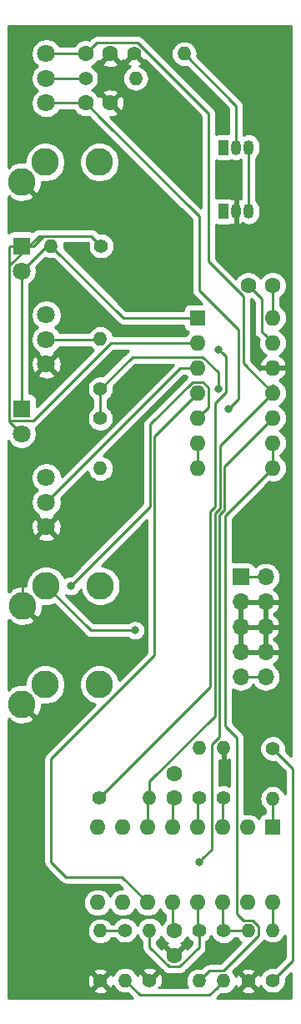
<source format=gbr>
G04 #@! TF.GenerationSoftware,KiCad,Pcbnew,5.1.2-f72e74a~84~ubuntu18.04.1*
G04 #@! TF.CreationDate,2019-05-18T13:16:44+02:00*
G04 #@! TF.ProjectId,lpf,6c70662e-6b69-4636-9164-5f7063625858,0.1*
G04 #@! TF.SameCoordinates,Original*
G04 #@! TF.FileFunction,Copper,L1,Top*
G04 #@! TF.FilePolarity,Positive*
%FSLAX46Y46*%
G04 Gerber Fmt 4.6, Leading zero omitted, Abs format (unit mm)*
G04 Created by KiCad (PCBNEW 5.1.2-f72e74a~84~ubuntu18.04.1) date 2019-05-18 13:16:44*
%MOMM*%
%LPD*%
G04 APERTURE LIST*
%ADD10R,1.600000X1.600000*%
%ADD11O,1.600000X1.600000*%
%ADD12C,2.800000*%
%ADD13C,1.600000*%
%ADD14R,1.800000X1.800000*%
%ADD15C,1.800000*%
%ADD16O,1.050000X1.500000*%
%ADD17R,1.050000X1.500000*%
%ADD18O,1.400000X1.400000*%
%ADD19C,1.400000*%
%ADD20R,1.700000X1.700000*%
%ADD21O,1.700000X1.700000*%
%ADD22C,0.800000*%
%ADD23C,0.250000*%
%ADD24C,0.254000*%
G04 APERTURE END LIST*
D10*
X152500000Y-122000000D03*
D11*
X134720000Y-129620000D03*
X149960000Y-122000000D03*
X137260000Y-129620000D03*
X147420000Y-122000000D03*
X139800000Y-129620000D03*
X144880000Y-122000000D03*
X142340000Y-129620000D03*
X142340000Y-122000000D03*
X144880000Y-129620000D03*
X139800000Y-122000000D03*
X147420000Y-129620000D03*
X137260000Y-122000000D03*
X149960000Y-129620000D03*
X134720000Y-122000000D03*
X152500000Y-129620000D03*
D12*
X134900000Y-107500000D03*
X129400000Y-107500000D03*
X127000000Y-109500000D03*
X134900000Y-54500000D03*
X129400000Y-54500000D03*
X127000000Y-56500000D03*
X135000000Y-97500000D03*
X129500000Y-97500000D03*
X127100000Y-99500000D03*
D13*
X142500000Y-116500000D03*
X142500000Y-119000000D03*
X142500000Y-132500000D03*
X142500000Y-135000000D03*
X150000000Y-67000000D03*
X152500000Y-67000000D03*
X136000000Y-48500000D03*
X133500000Y-48500000D03*
X136000000Y-43500000D03*
X133500000Y-43500000D03*
D14*
X127000000Y-79500000D03*
D15*
X127000000Y-82040000D03*
X127000000Y-65540000D03*
D14*
X127000000Y-63000000D03*
D16*
X148770000Y-53000000D03*
X150040000Y-53000000D03*
D17*
X147500000Y-53000000D03*
X147500000Y-59500000D03*
D16*
X150040000Y-59500000D03*
X148770000Y-59500000D03*
D18*
X130000000Y-63000000D03*
D19*
X135080000Y-63000000D03*
X147500000Y-132500000D03*
D18*
X147500000Y-137580000D03*
D19*
X150000000Y-137580000D03*
D18*
X150000000Y-132500000D03*
X145000000Y-113920000D03*
D19*
X145000000Y-119000000D03*
X137500000Y-132420000D03*
D18*
X137500000Y-137500000D03*
X135000000Y-132500000D03*
D19*
X135000000Y-137580000D03*
X147500000Y-119000000D03*
D18*
X147500000Y-113920000D03*
X145000000Y-137580000D03*
D19*
X145000000Y-132500000D03*
X140000000Y-137500000D03*
D18*
X140000000Y-132420000D03*
D19*
X152500000Y-114000000D03*
D18*
X152500000Y-119080000D03*
X140000000Y-119000000D03*
D19*
X134920000Y-119000000D03*
X138420000Y-43500000D03*
D18*
X143500000Y-43500000D03*
X152500000Y-132420000D03*
D19*
X152500000Y-137500000D03*
D18*
X135000000Y-85580000D03*
D19*
X135000000Y-80500000D03*
D18*
X135000000Y-72420000D03*
D19*
X135000000Y-77500000D03*
X133500000Y-46000000D03*
D18*
X138580000Y-46000000D03*
D15*
X129500000Y-91500000D03*
X129500000Y-89000000D03*
X129500000Y-86500000D03*
X129500000Y-70000000D03*
X129500000Y-72500000D03*
X129500000Y-75000000D03*
X129500000Y-48500000D03*
X129500000Y-46000000D03*
X129500000Y-43500000D03*
D10*
X144880000Y-70300000D03*
D11*
X152500000Y-85540000D03*
X144880000Y-72840000D03*
X152500000Y-83000000D03*
X144880000Y-75380000D03*
X152500000Y-80460000D03*
X144880000Y-77920000D03*
X152500000Y-77920000D03*
X144880000Y-80460000D03*
X152500000Y-75380000D03*
X144880000Y-83000000D03*
X152500000Y-72840000D03*
X144880000Y-85540000D03*
X152500000Y-70300000D03*
D20*
X149253000Y-96565000D03*
D21*
X151793000Y-96565000D03*
X149253000Y-99105000D03*
X151793000Y-99105000D03*
X149253000Y-101645000D03*
X151793000Y-101645000D03*
X149253000Y-104185000D03*
X151793000Y-104185000D03*
X149253000Y-106725000D03*
X151793000Y-106725000D03*
D22*
X132000000Y-97500000D03*
X145000000Y-125500000D03*
X147000000Y-77500000D03*
X148000000Y-79500000D03*
X147000000Y-73500000D03*
X138500000Y-102000000D03*
D23*
X127000000Y-65540000D02*
X127000000Y-79500000D01*
X129540000Y-63000000D02*
X130000000Y-63000000D01*
X127000000Y-65540000D02*
X129540000Y-63000000D01*
X137300000Y-70300000D02*
X144880000Y-70300000D01*
X130000000Y-63000000D02*
X137300000Y-70300000D01*
X142340000Y-119160000D02*
X142500000Y-119000000D01*
X142340000Y-122000000D02*
X142340000Y-119160000D01*
X145679999Y-79660001D02*
X144880000Y-80460000D01*
X146005001Y-79334999D02*
X145679999Y-79660001D01*
X146005001Y-77379999D02*
X146005001Y-79334999D01*
X145420001Y-76794999D02*
X146005001Y-77379999D01*
X144339999Y-76794999D02*
X145420001Y-76794999D01*
X140049990Y-81085008D02*
X144339999Y-76794999D01*
X140049990Y-89450010D02*
X140049990Y-81085008D01*
X132000000Y-97500000D02*
X140049990Y-89450010D01*
X142340000Y-132340000D02*
X142500000Y-132500000D01*
X142340000Y-129620000D02*
X142340000Y-132340000D01*
X147601489Y-85358511D02*
X147601489Y-89802100D01*
X146294999Y-124205001D02*
X145399999Y-125100001D01*
X146294999Y-113607999D02*
X146294999Y-124205001D01*
X147067489Y-90336100D02*
X147067489Y-112835509D01*
X147601489Y-89802100D02*
X147067489Y-90336100D01*
X147067489Y-112835509D02*
X146294999Y-113607999D01*
X152500000Y-80460000D02*
X147601489Y-85358511D01*
X145399999Y-125100001D02*
X145000000Y-125500000D01*
X127100000Y-93900000D02*
X127100000Y-99500000D01*
X129500000Y-91500000D02*
X127100000Y-93900000D01*
X151700001Y-72040001D02*
X152500000Y-72840000D01*
X151374999Y-71714999D02*
X151700001Y-72040001D01*
X151374999Y-68374999D02*
X151374999Y-71714999D01*
X150000000Y-67000000D02*
X151374999Y-68374999D01*
X152500000Y-67000000D02*
X152500000Y-70300000D01*
X135000000Y-77500000D02*
X135000000Y-80500000D01*
X147000000Y-75834998D02*
X147000000Y-77500000D01*
X145420001Y-74254999D02*
X147000000Y-75834998D01*
X135000000Y-77500000D02*
X138245001Y-74254999D01*
X138245001Y-74254999D02*
X145420001Y-74254999D01*
X129500000Y-48500000D02*
X133500000Y-48500000D01*
X137180000Y-127000000D02*
X131500000Y-127000000D01*
X139800000Y-129620000D02*
X137180000Y-127000000D01*
X131500000Y-127000000D02*
X130000000Y-125500000D01*
X130000000Y-115053002D02*
X140500000Y-104553002D01*
X130000000Y-125500000D02*
X130000000Y-115053002D01*
X140500000Y-82300000D02*
X144880000Y-77920000D01*
X140500000Y-104553002D02*
X140500000Y-82300000D01*
X133500000Y-48500000D02*
X135000000Y-50000000D01*
X135000000Y-50000000D02*
X145000000Y-60000000D01*
X145000000Y-60000000D02*
X145000000Y-67500000D01*
X145000000Y-67500000D02*
X149000000Y-71500000D01*
X149000000Y-71500000D02*
X149000000Y-78500000D01*
X149000000Y-78500000D02*
X148000000Y-79500000D01*
X151793000Y-96565000D02*
X149285009Y-96565000D01*
X129500000Y-43500000D02*
X133500000Y-43500000D01*
X152500000Y-77920000D02*
X152500000Y-77045002D01*
X139800000Y-119200000D02*
X140000000Y-119000000D01*
X139800000Y-122000000D02*
X139800000Y-119200000D01*
X145968501Y-64593502D02*
X145968501Y-49531499D01*
X152500000Y-77920000D02*
X149500000Y-74920000D01*
X149500000Y-68125001D02*
X145968501Y-64593502D01*
X149500000Y-74920000D02*
X149500000Y-68125001D01*
X134625001Y-42374999D02*
X134299999Y-42700001D01*
X134299999Y-42700001D02*
X133500000Y-43500000D01*
X138812001Y-42374999D02*
X134625001Y-42374999D01*
X145968501Y-49531499D02*
X138812001Y-42374999D01*
X150590919Y-106725000D02*
X149285009Y-106725000D01*
X151793000Y-106725000D02*
X150590919Y-106725000D01*
X147151478Y-89615700D02*
X146617478Y-90149700D01*
X146617478Y-90149700D02*
X146617478Y-110717520D01*
X152500000Y-77920000D02*
X147151478Y-83268522D01*
X140000000Y-117334998D02*
X140000000Y-118010051D01*
X140000000Y-118010051D02*
X140000000Y-119000000D01*
X147151478Y-83268522D02*
X147151478Y-89615700D01*
X146617478Y-110717520D02*
X140000000Y-117334998D01*
X129175001Y-61974999D02*
X134054999Y-61974999D01*
X128150000Y-63000000D02*
X129175001Y-61974999D01*
X127000000Y-63000000D02*
X128150000Y-63000000D01*
X126100001Y-81140001D02*
X127000000Y-82040000D01*
X125774999Y-80814999D02*
X126100001Y-81140001D01*
X125774999Y-63075001D02*
X125774999Y-80814999D01*
X125850000Y-63000000D02*
X125774999Y-63075001D01*
X127000000Y-63000000D02*
X125850000Y-63000000D01*
X136045002Y-72840000D02*
X143748630Y-72840000D01*
X128160001Y-80725001D02*
X136045002Y-72840000D01*
X125839999Y-80725001D02*
X128160001Y-80725001D01*
X143748630Y-72840000D02*
X144880000Y-72840000D01*
X125774999Y-80660001D02*
X125839999Y-80725001D01*
X125774999Y-64951999D02*
X125774999Y-80660001D01*
X128751999Y-61974999D02*
X125774999Y-64951999D01*
X134054999Y-61974999D02*
X128751999Y-61974999D01*
X135080000Y-63000000D02*
X134054999Y-61974999D01*
X148770000Y-48770000D02*
X148770000Y-53000000D01*
X143500000Y-43500000D02*
X148770000Y-48770000D01*
X150040000Y-53000000D02*
X150040000Y-59500000D01*
X147399999Y-73899999D02*
X147000000Y-73500000D01*
X147725001Y-77848001D02*
X147725001Y-74225001D01*
X147725001Y-74225001D02*
X147399999Y-73899999D01*
X134920000Y-119000000D02*
X146167467Y-107752533D01*
X146651999Y-89478768D02*
X146651999Y-78921003D01*
X146167467Y-107752533D02*
X146167467Y-89963300D01*
X146167467Y-89963300D02*
X146651999Y-89478768D01*
X146651999Y-78921003D02*
X147725001Y-77848001D01*
X154500000Y-116000000D02*
X153199999Y-114699999D01*
X153199999Y-114699999D02*
X152500000Y-114000000D01*
X154500000Y-135500000D02*
X154500000Y-116000000D01*
X152500000Y-137500000D02*
X154500000Y-135500000D01*
X147420000Y-132420000D02*
X147500000Y-132500000D01*
X147420000Y-129620000D02*
X147420000Y-132420000D01*
X150000000Y-132500000D02*
X147500000Y-132500000D01*
X146080000Y-139000000D02*
X146800001Y-138279999D01*
X139000000Y-139000000D02*
X146080000Y-139000000D01*
X146800001Y-138279999D02*
X147500000Y-137580000D01*
X137500000Y-137500000D02*
X139000000Y-139000000D01*
X144880000Y-84131370D02*
X144880000Y-85540000D01*
X144880000Y-83000000D02*
X144880000Y-84131370D01*
X144880000Y-119120000D02*
X145000000Y-119000000D01*
X144880000Y-122000000D02*
X144880000Y-119120000D01*
X137420000Y-132500000D02*
X137500000Y-132420000D01*
X135000000Y-132500000D02*
X137420000Y-132500000D01*
X147420000Y-119080000D02*
X147500000Y-119000000D01*
X147420000Y-122000000D02*
X147420000Y-119080000D01*
X152500000Y-83000000D02*
X152500000Y-85540000D01*
X152500000Y-85540000D02*
X147651000Y-90389000D01*
X145699999Y-136880001D02*
X145000000Y-137580000D01*
X146025001Y-136554999D02*
X145699999Y-136880001D01*
X151025001Y-132992001D02*
X147462003Y-136554999D01*
X147462003Y-136554999D02*
X146025001Y-136554999D01*
X151025001Y-132007999D02*
X151025001Y-132992001D01*
X150492001Y-131474999D02*
X151025001Y-132007999D01*
X149507999Y-131474999D02*
X150492001Y-131474999D01*
X148834999Y-130801999D02*
X149507999Y-131474999D01*
X148834999Y-112878999D02*
X148834999Y-130801999D01*
X147651000Y-111695000D02*
X148834999Y-112878999D01*
X147651000Y-90389000D02*
X147651000Y-111695000D01*
X144880000Y-132380000D02*
X145000000Y-132500000D01*
X144880000Y-129620000D02*
X144880000Y-132380000D01*
X143040001Y-136125001D02*
X145000000Y-134165002D01*
X141959999Y-136125001D02*
X143040001Y-136125001D01*
X145000000Y-133489949D02*
X145000000Y-132500000D01*
X140000000Y-134165002D02*
X141959999Y-136125001D01*
X145000000Y-134165002D02*
X145000000Y-133489949D01*
X140000000Y-132420000D02*
X140000000Y-134165002D01*
X152500000Y-122000000D02*
X152500000Y-119080000D01*
X152500000Y-130751370D02*
X152500000Y-132420000D01*
X152500000Y-129620000D02*
X152500000Y-130751370D01*
X134920000Y-72500000D02*
X135000000Y-72420000D01*
X129500000Y-72500000D02*
X134920000Y-72500000D01*
X129500000Y-46000000D02*
X133500000Y-46000000D01*
X129500000Y-97500000D02*
X134000000Y-102000000D01*
X134000000Y-102000000D02*
X138500000Y-102000000D01*
X143120000Y-75380000D02*
X144880000Y-75380000D01*
X129500000Y-89000000D02*
X143120000Y-75380000D01*
D24*
G36*
X153740000Y-135185198D02*
G01*
X152738844Y-136186355D01*
X152631486Y-136165000D01*
X152368514Y-136165000D01*
X152110595Y-136216304D01*
X151867641Y-136316939D01*
X151648987Y-136463038D01*
X151463038Y-136648987D01*
X151316939Y-136867641D01*
X151234114Y-137067597D01*
X151208935Y-136998634D01*
X151155037Y-136897797D01*
X150921269Y-136838336D01*
X150179605Y-137580000D01*
X150921269Y-138321664D01*
X151155037Y-138262203D01*
X151265934Y-138023758D01*
X151268164Y-138014606D01*
X151316939Y-138132359D01*
X151463038Y-138351013D01*
X151648987Y-138536962D01*
X151867641Y-138683061D01*
X152110595Y-138783696D01*
X152368514Y-138835000D01*
X152631486Y-138835000D01*
X152889405Y-138783696D01*
X153132359Y-138683061D01*
X153351013Y-138536962D01*
X153536962Y-138351013D01*
X153683061Y-138132359D01*
X153783696Y-137889405D01*
X153835000Y-137631486D01*
X153835000Y-137368514D01*
X153813645Y-137261156D01*
X154340000Y-136734802D01*
X154340000Y-139340000D01*
X146814801Y-139340000D01*
X147257252Y-138897550D01*
X147434421Y-138915000D01*
X147565579Y-138915000D01*
X147761706Y-138895683D01*
X148013354Y-138819347D01*
X148245275Y-138695382D01*
X148448555Y-138528555D01*
X148470947Y-138501269D01*
X149258336Y-138501269D01*
X149317797Y-138735037D01*
X149556242Y-138845934D01*
X149811740Y-138908183D01*
X150074473Y-138919390D01*
X150334344Y-138879125D01*
X150581366Y-138788935D01*
X150682203Y-138735037D01*
X150741664Y-138501269D01*
X150000000Y-137759605D01*
X149258336Y-138501269D01*
X148470947Y-138501269D01*
X148615382Y-138325275D01*
X148739347Y-138093354D01*
X148751548Y-138053133D01*
X148791065Y-138161366D01*
X148844963Y-138262203D01*
X149078731Y-138321664D01*
X149820395Y-137580000D01*
X149078731Y-136838336D01*
X148844963Y-136897797D01*
X148750040Y-137101896D01*
X148739347Y-137066646D01*
X148615382Y-136834725D01*
X148470948Y-136658731D01*
X149258336Y-136658731D01*
X150000000Y-137400395D01*
X150741664Y-136658731D01*
X150682203Y-136424963D01*
X150443758Y-136314066D01*
X150188260Y-136251817D01*
X149925527Y-136240610D01*
X149665656Y-136280875D01*
X149418634Y-136371065D01*
X149317797Y-136424963D01*
X149258336Y-136658731D01*
X148470948Y-136658731D01*
X148453875Y-136637928D01*
X151536004Y-133555800D01*
X151565002Y-133532002D01*
X151626586Y-133456962D01*
X151639700Y-133440983D01*
X151754725Y-133535382D01*
X151986646Y-133659347D01*
X152238294Y-133735683D01*
X152434421Y-133755000D01*
X152565579Y-133755000D01*
X152761706Y-133735683D01*
X153013354Y-133659347D01*
X153245275Y-133535382D01*
X153448555Y-133368555D01*
X153615382Y-133165275D01*
X153739347Y-132933354D01*
X153740000Y-132931201D01*
X153740000Y-135185198D01*
X153740000Y-135185198D01*
G37*
X153740000Y-135185198D02*
X152738844Y-136186355D01*
X152631486Y-136165000D01*
X152368514Y-136165000D01*
X152110595Y-136216304D01*
X151867641Y-136316939D01*
X151648987Y-136463038D01*
X151463038Y-136648987D01*
X151316939Y-136867641D01*
X151234114Y-137067597D01*
X151208935Y-136998634D01*
X151155037Y-136897797D01*
X150921269Y-136838336D01*
X150179605Y-137580000D01*
X150921269Y-138321664D01*
X151155037Y-138262203D01*
X151265934Y-138023758D01*
X151268164Y-138014606D01*
X151316939Y-138132359D01*
X151463038Y-138351013D01*
X151648987Y-138536962D01*
X151867641Y-138683061D01*
X152110595Y-138783696D01*
X152368514Y-138835000D01*
X152631486Y-138835000D01*
X152889405Y-138783696D01*
X153132359Y-138683061D01*
X153351013Y-138536962D01*
X153536962Y-138351013D01*
X153683061Y-138132359D01*
X153783696Y-137889405D01*
X153835000Y-137631486D01*
X153835000Y-137368514D01*
X153813645Y-137261156D01*
X154340000Y-136734802D01*
X154340000Y-139340000D01*
X146814801Y-139340000D01*
X147257252Y-138897550D01*
X147434421Y-138915000D01*
X147565579Y-138915000D01*
X147761706Y-138895683D01*
X148013354Y-138819347D01*
X148245275Y-138695382D01*
X148448555Y-138528555D01*
X148470947Y-138501269D01*
X149258336Y-138501269D01*
X149317797Y-138735037D01*
X149556242Y-138845934D01*
X149811740Y-138908183D01*
X150074473Y-138919390D01*
X150334344Y-138879125D01*
X150581366Y-138788935D01*
X150682203Y-138735037D01*
X150741664Y-138501269D01*
X150000000Y-137759605D01*
X149258336Y-138501269D01*
X148470947Y-138501269D01*
X148615382Y-138325275D01*
X148739347Y-138093354D01*
X148751548Y-138053133D01*
X148791065Y-138161366D01*
X148844963Y-138262203D01*
X149078731Y-138321664D01*
X149820395Y-137580000D01*
X149078731Y-136838336D01*
X148844963Y-136897797D01*
X148750040Y-137101896D01*
X148739347Y-137066646D01*
X148615382Y-136834725D01*
X148470948Y-136658731D01*
X149258336Y-136658731D01*
X150000000Y-137400395D01*
X150741664Y-136658731D01*
X150682203Y-136424963D01*
X150443758Y-136314066D01*
X150188260Y-136251817D01*
X149925527Y-136240610D01*
X149665656Y-136280875D01*
X149418634Y-136371065D01*
X149317797Y-136424963D01*
X149258336Y-136658731D01*
X148470948Y-136658731D01*
X148453875Y-136637928D01*
X151536004Y-133555800D01*
X151565002Y-133532002D01*
X151626586Y-133456962D01*
X151639700Y-133440983D01*
X151754725Y-133535382D01*
X151986646Y-133659347D01*
X152238294Y-133735683D01*
X152434421Y-133755000D01*
X152565579Y-133755000D01*
X152761706Y-133735683D01*
X153013354Y-133659347D01*
X153245275Y-133535382D01*
X153448555Y-133368555D01*
X153615382Y-133165275D01*
X153739347Y-132933354D01*
X153740000Y-132931201D01*
X153740000Y-135185198D01*
G36*
X139740000Y-104238199D02*
G01*
X136892465Y-107085734D01*
X136856796Y-106906413D01*
X136703393Y-106536066D01*
X136480687Y-106202763D01*
X136197237Y-105919313D01*
X135863934Y-105696607D01*
X135493587Y-105543204D01*
X135100430Y-105465000D01*
X134699570Y-105465000D01*
X134306413Y-105543204D01*
X133936066Y-105696607D01*
X133602763Y-105919313D01*
X133319313Y-106202763D01*
X133096607Y-106536066D01*
X132943204Y-106906413D01*
X132865000Y-107299570D01*
X132865000Y-107700430D01*
X132943204Y-108093587D01*
X133096607Y-108463934D01*
X133319313Y-108797237D01*
X133602763Y-109080687D01*
X133936066Y-109303393D01*
X134306413Y-109456796D01*
X134485735Y-109492465D01*
X129488998Y-114489203D01*
X129460000Y-114513001D01*
X129436202Y-114541999D01*
X129436201Y-114542000D01*
X129365026Y-114628726D01*
X129294454Y-114760756D01*
X129250998Y-114904017D01*
X129236324Y-115053002D01*
X129240001Y-115090334D01*
X129240000Y-125462678D01*
X129236324Y-125500000D01*
X129240000Y-125537322D01*
X129240000Y-125537332D01*
X129250997Y-125648985D01*
X129294454Y-125792246D01*
X129365026Y-125924276D01*
X129404871Y-125972826D01*
X129459999Y-126040001D01*
X129489003Y-126063804D01*
X130936200Y-127511002D01*
X130959999Y-127540001D01*
X131075724Y-127634974D01*
X131207753Y-127705546D01*
X131351014Y-127749003D01*
X131462667Y-127760000D01*
X131462676Y-127760000D01*
X131499999Y-127763676D01*
X131537322Y-127760000D01*
X136865199Y-127760000D01*
X137290199Y-128185000D01*
X137189508Y-128185000D01*
X136978691Y-128205764D01*
X136708192Y-128287818D01*
X136458899Y-128421068D01*
X136240392Y-128600392D01*
X136061068Y-128818899D01*
X135990000Y-128951858D01*
X135918932Y-128818899D01*
X135739608Y-128600392D01*
X135521101Y-128421068D01*
X135271808Y-128287818D01*
X135001309Y-128205764D01*
X134790492Y-128185000D01*
X134649508Y-128185000D01*
X134438691Y-128205764D01*
X134168192Y-128287818D01*
X133918899Y-128421068D01*
X133700392Y-128600392D01*
X133521068Y-128818899D01*
X133387818Y-129068192D01*
X133305764Y-129338691D01*
X133278057Y-129620000D01*
X133305764Y-129901309D01*
X133387818Y-130171808D01*
X133521068Y-130421101D01*
X133700392Y-130639608D01*
X133918899Y-130818932D01*
X134168192Y-130952182D01*
X134438691Y-131034236D01*
X134649508Y-131055000D01*
X134790492Y-131055000D01*
X135001309Y-131034236D01*
X135271808Y-130952182D01*
X135521101Y-130818932D01*
X135739608Y-130639608D01*
X135918932Y-130421101D01*
X135990000Y-130288142D01*
X136061068Y-130421101D01*
X136240392Y-130639608D01*
X136458899Y-130818932D01*
X136708192Y-130952182D01*
X136978691Y-131034236D01*
X137189508Y-131055000D01*
X137330492Y-131055000D01*
X137541309Y-131034236D01*
X137811808Y-130952182D01*
X138061101Y-130818932D01*
X138279608Y-130639608D01*
X138458932Y-130421101D01*
X138530000Y-130288142D01*
X138601068Y-130421101D01*
X138780392Y-130639608D01*
X138998899Y-130818932D01*
X139248192Y-130952182D01*
X139518691Y-131034236D01*
X139729508Y-131055000D01*
X139870492Y-131055000D01*
X140081309Y-131034236D01*
X140351808Y-130952182D01*
X140601101Y-130818932D01*
X140819608Y-130639608D01*
X140998932Y-130421101D01*
X141070000Y-130288142D01*
X141141068Y-130421101D01*
X141320392Y-130639608D01*
X141538899Y-130818932D01*
X141580000Y-130840901D01*
X141580001Y-131390603D01*
X141385363Y-131585241D01*
X141228320Y-131820273D01*
X141212978Y-131857313D01*
X141115382Y-131674725D01*
X140948555Y-131471445D01*
X140745275Y-131304618D01*
X140513354Y-131180653D01*
X140261706Y-131104317D01*
X140065579Y-131085000D01*
X139934421Y-131085000D01*
X139738294Y-131104317D01*
X139486646Y-131180653D01*
X139254725Y-131304618D01*
X139051445Y-131471445D01*
X138884618Y-131674725D01*
X138760653Y-131906646D01*
X138748690Y-131946083D01*
X138683061Y-131787641D01*
X138536962Y-131568987D01*
X138351013Y-131383038D01*
X138132359Y-131236939D01*
X137889405Y-131136304D01*
X137631486Y-131085000D01*
X137368514Y-131085000D01*
X137110595Y-131136304D01*
X136867641Y-131236939D01*
X136648987Y-131383038D01*
X136463038Y-131568987D01*
X136348771Y-131740000D01*
X136103298Y-131740000D01*
X135948555Y-131551445D01*
X135745275Y-131384618D01*
X135513354Y-131260653D01*
X135261706Y-131184317D01*
X135065579Y-131165000D01*
X134934421Y-131165000D01*
X134738294Y-131184317D01*
X134486646Y-131260653D01*
X134254725Y-131384618D01*
X134051445Y-131551445D01*
X133884618Y-131754725D01*
X133760653Y-131986646D01*
X133684317Y-132238294D01*
X133658541Y-132500000D01*
X133684317Y-132761706D01*
X133760653Y-133013354D01*
X133884618Y-133245275D01*
X134051445Y-133448555D01*
X134254725Y-133615382D01*
X134486646Y-133739347D01*
X134738294Y-133815683D01*
X134934421Y-133835000D01*
X135065579Y-133835000D01*
X135261706Y-133815683D01*
X135513354Y-133739347D01*
X135745275Y-133615382D01*
X135948555Y-133448555D01*
X136103298Y-133260000D01*
X136455679Y-133260000D01*
X136463038Y-133271013D01*
X136648987Y-133456962D01*
X136867641Y-133603061D01*
X137110595Y-133703696D01*
X137368514Y-133755000D01*
X137631486Y-133755000D01*
X137889405Y-133703696D01*
X138132359Y-133603061D01*
X138351013Y-133456962D01*
X138536962Y-133271013D01*
X138683061Y-133052359D01*
X138748690Y-132893917D01*
X138760653Y-132933354D01*
X138884618Y-133165275D01*
X139051445Y-133368555D01*
X139240001Y-133523298D01*
X139240001Y-134127670D01*
X139236324Y-134165002D01*
X139240001Y-134202334D01*
X139240001Y-134202335D01*
X139250998Y-134313988D01*
X139264180Y-134357444D01*
X139294454Y-134457248D01*
X139365026Y-134589278D01*
X139436201Y-134676004D01*
X139460000Y-134705003D01*
X139488998Y-134728801D01*
X141396200Y-136636004D01*
X141419998Y-136665002D01*
X141535723Y-136759975D01*
X141667752Y-136830547D01*
X141811013Y-136874004D01*
X141922666Y-136885001D01*
X141922675Y-136885001D01*
X141959998Y-136888677D01*
X141997321Y-136885001D01*
X143002679Y-136885001D01*
X143040001Y-136888677D01*
X143077323Y-136885001D01*
X143077334Y-136885001D01*
X143188987Y-136874004D01*
X143332248Y-136830547D01*
X143464277Y-136759975D01*
X143580002Y-136665002D01*
X143603805Y-136635998D01*
X145511004Y-134728800D01*
X145540001Y-134705003D01*
X145634974Y-134589278D01*
X145705546Y-134457249D01*
X145749003Y-134313988D01*
X145760000Y-134202335D01*
X145760000Y-134202326D01*
X145763676Y-134165003D01*
X145760000Y-134127680D01*
X145760000Y-133597775D01*
X145851013Y-133536962D01*
X146036962Y-133351013D01*
X146183061Y-133132359D01*
X146250000Y-132970754D01*
X146316939Y-133132359D01*
X146463038Y-133351013D01*
X146648987Y-133536962D01*
X146867641Y-133683061D01*
X147110595Y-133783696D01*
X147368514Y-133835000D01*
X147631486Y-133835000D01*
X147889405Y-133783696D01*
X148132359Y-133683061D01*
X148351013Y-133536962D01*
X148536962Y-133351013D01*
X148597775Y-133260000D01*
X148896702Y-133260000D01*
X149051445Y-133448555D01*
X149254725Y-133615382D01*
X149301706Y-133640494D01*
X147147202Y-135794999D01*
X146062323Y-135794999D01*
X146025000Y-135791323D01*
X145987677Y-135794999D01*
X145987668Y-135794999D01*
X145876015Y-135805996D01*
X145732754Y-135849453D01*
X145600725Y-135920025D01*
X145485000Y-136014998D01*
X145461197Y-136044002D01*
X145242749Y-136262450D01*
X145065579Y-136245000D01*
X144934421Y-136245000D01*
X144738294Y-136264317D01*
X144486646Y-136340653D01*
X144254725Y-136464618D01*
X144051445Y-136631445D01*
X143884618Y-136834725D01*
X143760653Y-137066646D01*
X143684317Y-137318294D01*
X143658541Y-137580000D01*
X143684317Y-137841706D01*
X143760653Y-138093354D01*
X143839037Y-138240000D01*
X140927811Y-138240000D01*
X141155037Y-138182203D01*
X141265934Y-137943758D01*
X141328183Y-137688260D01*
X141339390Y-137425527D01*
X141299125Y-137165656D01*
X141208935Y-136918634D01*
X141155037Y-136817797D01*
X140921269Y-136758336D01*
X140179605Y-137500000D01*
X140193748Y-137514143D01*
X140014143Y-137693748D01*
X140000000Y-137679605D01*
X139985858Y-137693748D01*
X139806253Y-137514143D01*
X139820395Y-137500000D01*
X139078731Y-136758336D01*
X138844963Y-136817797D01*
X138750040Y-137021896D01*
X138739347Y-136986646D01*
X138615382Y-136754725D01*
X138470948Y-136578731D01*
X139258336Y-136578731D01*
X140000000Y-137320395D01*
X140741664Y-136578731D01*
X140682203Y-136344963D01*
X140443758Y-136234066D01*
X140188260Y-136171817D01*
X139925527Y-136160610D01*
X139665656Y-136200875D01*
X139418634Y-136291065D01*
X139317797Y-136344963D01*
X139258336Y-136578731D01*
X138470948Y-136578731D01*
X138448555Y-136551445D01*
X138245275Y-136384618D01*
X138013354Y-136260653D01*
X137761706Y-136184317D01*
X137565579Y-136165000D01*
X137434421Y-136165000D01*
X137238294Y-136184317D01*
X136986646Y-136260653D01*
X136754725Y-136384618D01*
X136551445Y-136551445D01*
X136384618Y-136754725D01*
X136260653Y-136986646D01*
X136235197Y-137070563D01*
X136208935Y-136998634D01*
X136155037Y-136897797D01*
X135921269Y-136838336D01*
X135179605Y-137580000D01*
X135921269Y-138321664D01*
X136155037Y-138262203D01*
X136265934Y-138023758D01*
X136266022Y-138023398D01*
X136384618Y-138245275D01*
X136551445Y-138448555D01*
X136754725Y-138615382D01*
X136986646Y-138739347D01*
X137238294Y-138815683D01*
X137434421Y-138835000D01*
X137565579Y-138835000D01*
X137742749Y-138817550D01*
X138265198Y-139340000D01*
X125660000Y-139340000D01*
X125660000Y-138501269D01*
X134258336Y-138501269D01*
X134317797Y-138735037D01*
X134556242Y-138845934D01*
X134811740Y-138908183D01*
X135074473Y-138919390D01*
X135334344Y-138879125D01*
X135581366Y-138788935D01*
X135682203Y-138735037D01*
X135741664Y-138501269D01*
X135000000Y-137759605D01*
X134258336Y-138501269D01*
X125660000Y-138501269D01*
X125660000Y-137654473D01*
X133660610Y-137654473D01*
X133700875Y-137914344D01*
X133791065Y-138161366D01*
X133844963Y-138262203D01*
X134078731Y-138321664D01*
X134820395Y-137580000D01*
X134078731Y-136838336D01*
X133844963Y-136897797D01*
X133734066Y-137136242D01*
X133671817Y-137391740D01*
X133660610Y-137654473D01*
X125660000Y-137654473D01*
X125660000Y-136658731D01*
X134258336Y-136658731D01*
X135000000Y-137400395D01*
X135741664Y-136658731D01*
X135682203Y-136424963D01*
X135443758Y-136314066D01*
X135188260Y-136251817D01*
X134925527Y-136240610D01*
X134665656Y-136280875D01*
X134418634Y-136371065D01*
X134317797Y-136424963D01*
X134258336Y-136658731D01*
X125660000Y-136658731D01*
X125660000Y-111019608D01*
X125759159Y-110920449D01*
X125903135Y-111225770D01*
X126260892Y-111406597D01*
X126647053Y-111514155D01*
X127046777Y-111544310D01*
X127444704Y-111495904D01*
X127825540Y-111370795D01*
X128096865Y-111225770D01*
X128240842Y-110920447D01*
X127000000Y-109679605D01*
X126985858Y-109693748D01*
X126806253Y-109514143D01*
X126820395Y-109500000D01*
X126806253Y-109485858D01*
X126985858Y-109306253D01*
X127000000Y-109320395D01*
X127014143Y-109306253D01*
X127193748Y-109485858D01*
X127179605Y-109500000D01*
X128420447Y-110740842D01*
X128725770Y-110596865D01*
X128906597Y-110239108D01*
X129014155Y-109852947D01*
X129040527Y-109503364D01*
X129199570Y-109535000D01*
X129600430Y-109535000D01*
X129993587Y-109456796D01*
X130363934Y-109303393D01*
X130697237Y-109080687D01*
X130980687Y-108797237D01*
X131203393Y-108463934D01*
X131356796Y-108093587D01*
X131435000Y-107700430D01*
X131435000Y-107299570D01*
X131356796Y-106906413D01*
X131203393Y-106536066D01*
X130980687Y-106202763D01*
X130697237Y-105919313D01*
X130363934Y-105696607D01*
X129993587Y-105543204D01*
X129600430Y-105465000D01*
X129199570Y-105465000D01*
X128806413Y-105543204D01*
X128436066Y-105696607D01*
X128102763Y-105919313D01*
X127819313Y-106202763D01*
X127596607Y-106536066D01*
X127443204Y-106906413D01*
X127365000Y-107299570D01*
X127365000Y-107489202D01*
X127352947Y-107485845D01*
X126953223Y-107455690D01*
X126555296Y-107504096D01*
X126174460Y-107629205D01*
X125903135Y-107774230D01*
X125759159Y-108079551D01*
X125660000Y-107980392D01*
X125660000Y-100950980D01*
X125744314Y-101035294D01*
X125859159Y-100920449D01*
X126003135Y-101225770D01*
X126360892Y-101406597D01*
X126747053Y-101514155D01*
X127146777Y-101544310D01*
X127544704Y-101495904D01*
X127925540Y-101370795D01*
X128196865Y-101225770D01*
X128340842Y-100920447D01*
X127100000Y-99679605D01*
X127085858Y-99693748D01*
X126906253Y-99514143D01*
X126920395Y-99500000D01*
X126906253Y-99485858D01*
X127085858Y-99306253D01*
X127100000Y-99320395D01*
X127114143Y-99306253D01*
X127293748Y-99485858D01*
X127279605Y-99500000D01*
X128520447Y-100740842D01*
X128825770Y-100596865D01*
X129006597Y-100239108D01*
X129114155Y-99852947D01*
X129140527Y-99503364D01*
X129299570Y-99535000D01*
X129700430Y-99535000D01*
X130093587Y-99456796D01*
X130297522Y-99372323D01*
X133436201Y-102511003D01*
X133459999Y-102540001D01*
X133488997Y-102563799D01*
X133575723Y-102634974D01*
X133707753Y-102705546D01*
X133851014Y-102749003D01*
X133962667Y-102760000D01*
X133962676Y-102760000D01*
X133999999Y-102763676D01*
X134037322Y-102760000D01*
X137796289Y-102760000D01*
X137840226Y-102803937D01*
X138009744Y-102917205D01*
X138198102Y-102995226D01*
X138398061Y-103035000D01*
X138601939Y-103035000D01*
X138801898Y-102995226D01*
X138990256Y-102917205D01*
X139159774Y-102803937D01*
X139303937Y-102659774D01*
X139417205Y-102490256D01*
X139495226Y-102301898D01*
X139535000Y-102101939D01*
X139535000Y-101898061D01*
X139495226Y-101698102D01*
X139417205Y-101509744D01*
X139303937Y-101340226D01*
X139159774Y-101196063D01*
X138990256Y-101082795D01*
X138801898Y-101004774D01*
X138601939Y-100965000D01*
X138398061Y-100965000D01*
X138198102Y-101004774D01*
X138009744Y-101082795D01*
X137840226Y-101196063D01*
X137796289Y-101240000D01*
X134314802Y-101240000D01*
X131456289Y-98381487D01*
X131509744Y-98417205D01*
X131698102Y-98495226D01*
X131898061Y-98535000D01*
X132101939Y-98535000D01*
X132301898Y-98495226D01*
X132490256Y-98417205D01*
X132659774Y-98303937D01*
X132803937Y-98159774D01*
X132917205Y-97990256D01*
X132988441Y-97818277D01*
X133043204Y-98093587D01*
X133196607Y-98463934D01*
X133419313Y-98797237D01*
X133702763Y-99080687D01*
X134036066Y-99303393D01*
X134406413Y-99456796D01*
X134799570Y-99535000D01*
X135200430Y-99535000D01*
X135593587Y-99456796D01*
X135963934Y-99303393D01*
X136297237Y-99080687D01*
X136580687Y-98797237D01*
X136803393Y-98463934D01*
X136956796Y-98093587D01*
X137035000Y-97700430D01*
X137035000Y-97299570D01*
X136956796Y-96906413D01*
X136803393Y-96536066D01*
X136580687Y-96202763D01*
X136297237Y-95919313D01*
X135963934Y-95696607D01*
X135593587Y-95543204D01*
X135200430Y-95465000D01*
X135109801Y-95465000D01*
X139740001Y-90834801D01*
X139740000Y-104238199D01*
X139740000Y-104238199D01*
G37*
X139740000Y-104238199D02*
X136892465Y-107085734D01*
X136856796Y-106906413D01*
X136703393Y-106536066D01*
X136480687Y-106202763D01*
X136197237Y-105919313D01*
X135863934Y-105696607D01*
X135493587Y-105543204D01*
X135100430Y-105465000D01*
X134699570Y-105465000D01*
X134306413Y-105543204D01*
X133936066Y-105696607D01*
X133602763Y-105919313D01*
X133319313Y-106202763D01*
X133096607Y-106536066D01*
X132943204Y-106906413D01*
X132865000Y-107299570D01*
X132865000Y-107700430D01*
X132943204Y-108093587D01*
X133096607Y-108463934D01*
X133319313Y-108797237D01*
X133602763Y-109080687D01*
X133936066Y-109303393D01*
X134306413Y-109456796D01*
X134485735Y-109492465D01*
X129488998Y-114489203D01*
X129460000Y-114513001D01*
X129436202Y-114541999D01*
X129436201Y-114542000D01*
X129365026Y-114628726D01*
X129294454Y-114760756D01*
X129250998Y-114904017D01*
X129236324Y-115053002D01*
X129240001Y-115090334D01*
X129240000Y-125462678D01*
X129236324Y-125500000D01*
X129240000Y-125537322D01*
X129240000Y-125537332D01*
X129250997Y-125648985D01*
X129294454Y-125792246D01*
X129365026Y-125924276D01*
X129404871Y-125972826D01*
X129459999Y-126040001D01*
X129489003Y-126063804D01*
X130936200Y-127511002D01*
X130959999Y-127540001D01*
X131075724Y-127634974D01*
X131207753Y-127705546D01*
X131351014Y-127749003D01*
X131462667Y-127760000D01*
X131462676Y-127760000D01*
X131499999Y-127763676D01*
X131537322Y-127760000D01*
X136865199Y-127760000D01*
X137290199Y-128185000D01*
X137189508Y-128185000D01*
X136978691Y-128205764D01*
X136708192Y-128287818D01*
X136458899Y-128421068D01*
X136240392Y-128600392D01*
X136061068Y-128818899D01*
X135990000Y-128951858D01*
X135918932Y-128818899D01*
X135739608Y-128600392D01*
X135521101Y-128421068D01*
X135271808Y-128287818D01*
X135001309Y-128205764D01*
X134790492Y-128185000D01*
X134649508Y-128185000D01*
X134438691Y-128205764D01*
X134168192Y-128287818D01*
X133918899Y-128421068D01*
X133700392Y-128600392D01*
X133521068Y-128818899D01*
X133387818Y-129068192D01*
X133305764Y-129338691D01*
X133278057Y-129620000D01*
X133305764Y-129901309D01*
X133387818Y-130171808D01*
X133521068Y-130421101D01*
X133700392Y-130639608D01*
X133918899Y-130818932D01*
X134168192Y-130952182D01*
X134438691Y-131034236D01*
X134649508Y-131055000D01*
X134790492Y-131055000D01*
X135001309Y-131034236D01*
X135271808Y-130952182D01*
X135521101Y-130818932D01*
X135739608Y-130639608D01*
X135918932Y-130421101D01*
X135990000Y-130288142D01*
X136061068Y-130421101D01*
X136240392Y-130639608D01*
X136458899Y-130818932D01*
X136708192Y-130952182D01*
X136978691Y-131034236D01*
X137189508Y-131055000D01*
X137330492Y-131055000D01*
X137541309Y-131034236D01*
X137811808Y-130952182D01*
X138061101Y-130818932D01*
X138279608Y-130639608D01*
X138458932Y-130421101D01*
X138530000Y-130288142D01*
X138601068Y-130421101D01*
X138780392Y-130639608D01*
X138998899Y-130818932D01*
X139248192Y-130952182D01*
X139518691Y-131034236D01*
X139729508Y-131055000D01*
X139870492Y-131055000D01*
X140081309Y-131034236D01*
X140351808Y-130952182D01*
X140601101Y-130818932D01*
X140819608Y-130639608D01*
X140998932Y-130421101D01*
X141070000Y-130288142D01*
X141141068Y-130421101D01*
X141320392Y-130639608D01*
X141538899Y-130818932D01*
X141580000Y-130840901D01*
X141580001Y-131390603D01*
X141385363Y-131585241D01*
X141228320Y-131820273D01*
X141212978Y-131857313D01*
X141115382Y-131674725D01*
X140948555Y-131471445D01*
X140745275Y-131304618D01*
X140513354Y-131180653D01*
X140261706Y-131104317D01*
X140065579Y-131085000D01*
X139934421Y-131085000D01*
X139738294Y-131104317D01*
X139486646Y-131180653D01*
X139254725Y-131304618D01*
X139051445Y-131471445D01*
X138884618Y-131674725D01*
X138760653Y-131906646D01*
X138748690Y-131946083D01*
X138683061Y-131787641D01*
X138536962Y-131568987D01*
X138351013Y-131383038D01*
X138132359Y-131236939D01*
X137889405Y-131136304D01*
X137631486Y-131085000D01*
X137368514Y-131085000D01*
X137110595Y-131136304D01*
X136867641Y-131236939D01*
X136648987Y-131383038D01*
X136463038Y-131568987D01*
X136348771Y-131740000D01*
X136103298Y-131740000D01*
X135948555Y-131551445D01*
X135745275Y-131384618D01*
X135513354Y-131260653D01*
X135261706Y-131184317D01*
X135065579Y-131165000D01*
X134934421Y-131165000D01*
X134738294Y-131184317D01*
X134486646Y-131260653D01*
X134254725Y-131384618D01*
X134051445Y-131551445D01*
X133884618Y-131754725D01*
X133760653Y-131986646D01*
X133684317Y-132238294D01*
X133658541Y-132500000D01*
X133684317Y-132761706D01*
X133760653Y-133013354D01*
X133884618Y-133245275D01*
X134051445Y-133448555D01*
X134254725Y-133615382D01*
X134486646Y-133739347D01*
X134738294Y-133815683D01*
X134934421Y-133835000D01*
X135065579Y-133835000D01*
X135261706Y-133815683D01*
X135513354Y-133739347D01*
X135745275Y-133615382D01*
X135948555Y-133448555D01*
X136103298Y-133260000D01*
X136455679Y-133260000D01*
X136463038Y-133271013D01*
X136648987Y-133456962D01*
X136867641Y-133603061D01*
X137110595Y-133703696D01*
X137368514Y-133755000D01*
X137631486Y-133755000D01*
X137889405Y-133703696D01*
X138132359Y-133603061D01*
X138351013Y-133456962D01*
X138536962Y-133271013D01*
X138683061Y-133052359D01*
X138748690Y-132893917D01*
X138760653Y-132933354D01*
X138884618Y-133165275D01*
X139051445Y-133368555D01*
X139240001Y-133523298D01*
X139240001Y-134127670D01*
X139236324Y-134165002D01*
X139240001Y-134202334D01*
X139240001Y-134202335D01*
X139250998Y-134313988D01*
X139264180Y-134357444D01*
X139294454Y-134457248D01*
X139365026Y-134589278D01*
X139436201Y-134676004D01*
X139460000Y-134705003D01*
X139488998Y-134728801D01*
X141396200Y-136636004D01*
X141419998Y-136665002D01*
X141535723Y-136759975D01*
X141667752Y-136830547D01*
X141811013Y-136874004D01*
X141922666Y-136885001D01*
X141922675Y-136885001D01*
X141959998Y-136888677D01*
X141997321Y-136885001D01*
X143002679Y-136885001D01*
X143040001Y-136888677D01*
X143077323Y-136885001D01*
X143077334Y-136885001D01*
X143188987Y-136874004D01*
X143332248Y-136830547D01*
X143464277Y-136759975D01*
X143580002Y-136665002D01*
X143603805Y-136635998D01*
X145511004Y-134728800D01*
X145540001Y-134705003D01*
X145634974Y-134589278D01*
X145705546Y-134457249D01*
X145749003Y-134313988D01*
X145760000Y-134202335D01*
X145760000Y-134202326D01*
X145763676Y-134165003D01*
X145760000Y-134127680D01*
X145760000Y-133597775D01*
X145851013Y-133536962D01*
X146036962Y-133351013D01*
X146183061Y-133132359D01*
X146250000Y-132970754D01*
X146316939Y-133132359D01*
X146463038Y-133351013D01*
X146648987Y-133536962D01*
X146867641Y-133683061D01*
X147110595Y-133783696D01*
X147368514Y-133835000D01*
X147631486Y-133835000D01*
X147889405Y-133783696D01*
X148132359Y-133683061D01*
X148351013Y-133536962D01*
X148536962Y-133351013D01*
X148597775Y-133260000D01*
X148896702Y-133260000D01*
X149051445Y-133448555D01*
X149254725Y-133615382D01*
X149301706Y-133640494D01*
X147147202Y-135794999D01*
X146062323Y-135794999D01*
X146025000Y-135791323D01*
X145987677Y-135794999D01*
X145987668Y-135794999D01*
X145876015Y-135805996D01*
X145732754Y-135849453D01*
X145600725Y-135920025D01*
X145485000Y-136014998D01*
X145461197Y-136044002D01*
X145242749Y-136262450D01*
X145065579Y-136245000D01*
X144934421Y-136245000D01*
X144738294Y-136264317D01*
X144486646Y-136340653D01*
X144254725Y-136464618D01*
X144051445Y-136631445D01*
X143884618Y-136834725D01*
X143760653Y-137066646D01*
X143684317Y-137318294D01*
X143658541Y-137580000D01*
X143684317Y-137841706D01*
X143760653Y-138093354D01*
X143839037Y-138240000D01*
X140927811Y-138240000D01*
X141155037Y-138182203D01*
X141265934Y-137943758D01*
X141328183Y-137688260D01*
X141339390Y-137425527D01*
X141299125Y-137165656D01*
X141208935Y-136918634D01*
X141155037Y-136817797D01*
X140921269Y-136758336D01*
X140179605Y-137500000D01*
X140193748Y-137514143D01*
X140014143Y-137693748D01*
X140000000Y-137679605D01*
X139985858Y-137693748D01*
X139806253Y-137514143D01*
X139820395Y-137500000D01*
X139078731Y-136758336D01*
X138844963Y-136817797D01*
X138750040Y-137021896D01*
X138739347Y-136986646D01*
X138615382Y-136754725D01*
X138470948Y-136578731D01*
X139258336Y-136578731D01*
X140000000Y-137320395D01*
X140741664Y-136578731D01*
X140682203Y-136344963D01*
X140443758Y-136234066D01*
X140188260Y-136171817D01*
X139925527Y-136160610D01*
X139665656Y-136200875D01*
X139418634Y-136291065D01*
X139317797Y-136344963D01*
X139258336Y-136578731D01*
X138470948Y-136578731D01*
X138448555Y-136551445D01*
X138245275Y-136384618D01*
X138013354Y-136260653D01*
X137761706Y-136184317D01*
X137565579Y-136165000D01*
X137434421Y-136165000D01*
X137238294Y-136184317D01*
X136986646Y-136260653D01*
X136754725Y-136384618D01*
X136551445Y-136551445D01*
X136384618Y-136754725D01*
X136260653Y-136986646D01*
X136235197Y-137070563D01*
X136208935Y-136998634D01*
X136155037Y-136897797D01*
X135921269Y-136838336D01*
X135179605Y-137580000D01*
X135921269Y-138321664D01*
X136155037Y-138262203D01*
X136265934Y-138023758D01*
X136266022Y-138023398D01*
X136384618Y-138245275D01*
X136551445Y-138448555D01*
X136754725Y-138615382D01*
X136986646Y-138739347D01*
X137238294Y-138815683D01*
X137434421Y-138835000D01*
X137565579Y-138835000D01*
X137742749Y-138817550D01*
X138265198Y-139340000D01*
X125660000Y-139340000D01*
X125660000Y-138501269D01*
X134258336Y-138501269D01*
X134317797Y-138735037D01*
X134556242Y-138845934D01*
X134811740Y-138908183D01*
X135074473Y-138919390D01*
X135334344Y-138879125D01*
X135581366Y-138788935D01*
X135682203Y-138735037D01*
X135741664Y-138501269D01*
X135000000Y-137759605D01*
X134258336Y-138501269D01*
X125660000Y-138501269D01*
X125660000Y-137654473D01*
X133660610Y-137654473D01*
X133700875Y-137914344D01*
X133791065Y-138161366D01*
X133844963Y-138262203D01*
X134078731Y-138321664D01*
X134820395Y-137580000D01*
X134078731Y-136838336D01*
X133844963Y-136897797D01*
X133734066Y-137136242D01*
X133671817Y-137391740D01*
X133660610Y-137654473D01*
X125660000Y-137654473D01*
X125660000Y-136658731D01*
X134258336Y-136658731D01*
X135000000Y-137400395D01*
X135741664Y-136658731D01*
X135682203Y-136424963D01*
X135443758Y-136314066D01*
X135188260Y-136251817D01*
X134925527Y-136240610D01*
X134665656Y-136280875D01*
X134418634Y-136371065D01*
X134317797Y-136424963D01*
X134258336Y-136658731D01*
X125660000Y-136658731D01*
X125660000Y-111019608D01*
X125759159Y-110920449D01*
X125903135Y-111225770D01*
X126260892Y-111406597D01*
X126647053Y-111514155D01*
X127046777Y-111544310D01*
X127444704Y-111495904D01*
X127825540Y-111370795D01*
X128096865Y-111225770D01*
X128240842Y-110920447D01*
X127000000Y-109679605D01*
X126985858Y-109693748D01*
X126806253Y-109514143D01*
X126820395Y-109500000D01*
X126806253Y-109485858D01*
X126985858Y-109306253D01*
X127000000Y-109320395D01*
X127014143Y-109306253D01*
X127193748Y-109485858D01*
X127179605Y-109500000D01*
X128420447Y-110740842D01*
X128725770Y-110596865D01*
X128906597Y-110239108D01*
X129014155Y-109852947D01*
X129040527Y-109503364D01*
X129199570Y-109535000D01*
X129600430Y-109535000D01*
X129993587Y-109456796D01*
X130363934Y-109303393D01*
X130697237Y-109080687D01*
X130980687Y-108797237D01*
X131203393Y-108463934D01*
X131356796Y-108093587D01*
X131435000Y-107700430D01*
X131435000Y-107299570D01*
X131356796Y-106906413D01*
X131203393Y-106536066D01*
X130980687Y-106202763D01*
X130697237Y-105919313D01*
X130363934Y-105696607D01*
X129993587Y-105543204D01*
X129600430Y-105465000D01*
X129199570Y-105465000D01*
X128806413Y-105543204D01*
X128436066Y-105696607D01*
X128102763Y-105919313D01*
X127819313Y-106202763D01*
X127596607Y-106536066D01*
X127443204Y-106906413D01*
X127365000Y-107299570D01*
X127365000Y-107489202D01*
X127352947Y-107485845D01*
X126953223Y-107455690D01*
X126555296Y-107504096D01*
X126174460Y-107629205D01*
X125903135Y-107774230D01*
X125759159Y-108079551D01*
X125660000Y-107980392D01*
X125660000Y-100950980D01*
X125744314Y-101035294D01*
X125859159Y-100920449D01*
X126003135Y-101225770D01*
X126360892Y-101406597D01*
X126747053Y-101514155D01*
X127146777Y-101544310D01*
X127544704Y-101495904D01*
X127925540Y-101370795D01*
X128196865Y-101225770D01*
X128340842Y-100920447D01*
X127100000Y-99679605D01*
X127085858Y-99693748D01*
X126906253Y-99514143D01*
X126920395Y-99500000D01*
X126906253Y-99485858D01*
X127085858Y-99306253D01*
X127100000Y-99320395D01*
X127114143Y-99306253D01*
X127293748Y-99485858D01*
X127279605Y-99500000D01*
X128520447Y-100740842D01*
X128825770Y-100596865D01*
X129006597Y-100239108D01*
X129114155Y-99852947D01*
X129140527Y-99503364D01*
X129299570Y-99535000D01*
X129700430Y-99535000D01*
X130093587Y-99456796D01*
X130297522Y-99372323D01*
X133436201Y-102511003D01*
X133459999Y-102540001D01*
X133488997Y-102563799D01*
X133575723Y-102634974D01*
X133707753Y-102705546D01*
X133851014Y-102749003D01*
X133962667Y-102760000D01*
X133962676Y-102760000D01*
X133999999Y-102763676D01*
X134037322Y-102760000D01*
X137796289Y-102760000D01*
X137840226Y-102803937D01*
X138009744Y-102917205D01*
X138198102Y-102995226D01*
X138398061Y-103035000D01*
X138601939Y-103035000D01*
X138801898Y-102995226D01*
X138990256Y-102917205D01*
X139159774Y-102803937D01*
X139303937Y-102659774D01*
X139417205Y-102490256D01*
X139495226Y-102301898D01*
X139535000Y-102101939D01*
X139535000Y-101898061D01*
X139495226Y-101698102D01*
X139417205Y-101509744D01*
X139303937Y-101340226D01*
X139159774Y-101196063D01*
X138990256Y-101082795D01*
X138801898Y-101004774D01*
X138601939Y-100965000D01*
X138398061Y-100965000D01*
X138198102Y-101004774D01*
X138009744Y-101082795D01*
X137840226Y-101196063D01*
X137796289Y-101240000D01*
X134314802Y-101240000D01*
X131456289Y-98381487D01*
X131509744Y-98417205D01*
X131698102Y-98495226D01*
X131898061Y-98535000D01*
X132101939Y-98535000D01*
X132301898Y-98495226D01*
X132490256Y-98417205D01*
X132659774Y-98303937D01*
X132803937Y-98159774D01*
X132917205Y-97990256D01*
X132988441Y-97818277D01*
X133043204Y-98093587D01*
X133196607Y-98463934D01*
X133419313Y-98797237D01*
X133702763Y-99080687D01*
X134036066Y-99303393D01*
X134406413Y-99456796D01*
X134799570Y-99535000D01*
X135200430Y-99535000D01*
X135593587Y-99456796D01*
X135963934Y-99303393D01*
X136297237Y-99080687D01*
X136580687Y-98797237D01*
X136803393Y-98463934D01*
X136956796Y-98093587D01*
X137035000Y-97700430D01*
X137035000Y-97299570D01*
X136956796Y-96906413D01*
X136803393Y-96536066D01*
X136580687Y-96202763D01*
X136297237Y-95919313D01*
X135963934Y-95696607D01*
X135593587Y-95543204D01*
X135200430Y-95465000D01*
X135109801Y-95465000D01*
X139740001Y-90834801D01*
X139740000Y-104238199D01*
G36*
X141228320Y-133179727D02*
G01*
X141385363Y-133414759D01*
X141585241Y-133614637D01*
X141785869Y-133748692D01*
X141758486Y-133763329D01*
X141686903Y-134007298D01*
X142500000Y-134820395D01*
X143313097Y-134007298D01*
X143241514Y-133763329D01*
X143212659Y-133749676D01*
X143414759Y-133614637D01*
X143614637Y-133414759D01*
X143771680Y-133179727D01*
X143804120Y-133101411D01*
X143816939Y-133132359D01*
X143963038Y-133351013D01*
X144148987Y-133536962D01*
X144240000Y-133597775D01*
X144240000Y-133850200D01*
X143769777Y-134320423D01*
X143736671Y-134258486D01*
X143492702Y-134186903D01*
X142679605Y-135000000D01*
X142693748Y-135014143D01*
X142514143Y-135193748D01*
X142500000Y-135179605D01*
X142485858Y-135193748D01*
X142306253Y-135014143D01*
X142320395Y-135000000D01*
X141507298Y-134186903D01*
X141263329Y-134258486D01*
X141232802Y-134323002D01*
X140760000Y-133850201D01*
X140760000Y-133523298D01*
X140948555Y-133368555D01*
X141115382Y-133165275D01*
X141175639Y-133052543D01*
X141228320Y-133179727D01*
X141228320Y-133179727D01*
G37*
X141228320Y-133179727D02*
X141385363Y-133414759D01*
X141585241Y-133614637D01*
X141785869Y-133748692D01*
X141758486Y-133763329D01*
X141686903Y-134007298D01*
X142500000Y-134820395D01*
X143313097Y-134007298D01*
X143241514Y-133763329D01*
X143212659Y-133749676D01*
X143414759Y-133614637D01*
X143614637Y-133414759D01*
X143771680Y-133179727D01*
X143804120Y-133101411D01*
X143816939Y-133132359D01*
X143963038Y-133351013D01*
X144148987Y-133536962D01*
X144240000Y-133597775D01*
X144240000Y-133850200D01*
X143769777Y-134320423D01*
X143736671Y-134258486D01*
X143492702Y-134186903D01*
X142679605Y-135000000D01*
X142693748Y-135014143D01*
X142514143Y-135193748D01*
X142500000Y-135179605D01*
X142485858Y-135193748D01*
X142306253Y-135014143D01*
X142320395Y-135000000D01*
X141507298Y-134186903D01*
X141263329Y-134258486D01*
X141232802Y-134323002D01*
X140760000Y-133850201D01*
X140760000Y-133523298D01*
X140948555Y-133368555D01*
X141115382Y-133165275D01*
X141175639Y-133052543D01*
X141228320Y-133179727D01*
G36*
X154340000Y-114765199D02*
G01*
X153813645Y-114238844D01*
X153835000Y-114131486D01*
X153835000Y-113868514D01*
X153783696Y-113610595D01*
X153683061Y-113367641D01*
X153536962Y-113148987D01*
X153351013Y-112963038D01*
X153132359Y-112816939D01*
X152889405Y-112716304D01*
X152631486Y-112665000D01*
X152368514Y-112665000D01*
X152110595Y-112716304D01*
X151867641Y-112816939D01*
X151648987Y-112963038D01*
X151463038Y-113148987D01*
X151316939Y-113367641D01*
X151216304Y-113610595D01*
X151165000Y-113868514D01*
X151165000Y-114131486D01*
X151216304Y-114389405D01*
X151316939Y-114632359D01*
X151463038Y-114851013D01*
X151648987Y-115036962D01*
X151867641Y-115183061D01*
X152110595Y-115283696D01*
X152368514Y-115335000D01*
X152631486Y-115335000D01*
X152738844Y-115313645D01*
X153740001Y-116314803D01*
X153740001Y-118568802D01*
X153739347Y-118566646D01*
X153615382Y-118334725D01*
X153448555Y-118131445D01*
X153245275Y-117964618D01*
X153013354Y-117840653D01*
X152761706Y-117764317D01*
X152565579Y-117745000D01*
X152434421Y-117745000D01*
X152238294Y-117764317D01*
X151986646Y-117840653D01*
X151754725Y-117964618D01*
X151551445Y-118131445D01*
X151384618Y-118334725D01*
X151260653Y-118566646D01*
X151184317Y-118818294D01*
X151158541Y-119080000D01*
X151184317Y-119341706D01*
X151260653Y-119593354D01*
X151384618Y-119825275D01*
X151551445Y-120028555D01*
X151740001Y-120183298D01*
X151740000Y-120561928D01*
X151700000Y-120561928D01*
X151575518Y-120574188D01*
X151455820Y-120610498D01*
X151345506Y-120669463D01*
X151248815Y-120748815D01*
X151169463Y-120845506D01*
X151110498Y-120955820D01*
X151074188Y-121075518D01*
X151072419Y-121093482D01*
X150979608Y-120980392D01*
X150761101Y-120801068D01*
X150511808Y-120667818D01*
X150241309Y-120585764D01*
X150030492Y-120565000D01*
X149889508Y-120565000D01*
X149678691Y-120585764D01*
X149594999Y-120611151D01*
X149594999Y-112916321D01*
X149598675Y-112878998D01*
X149594999Y-112841675D01*
X149594999Y-112841666D01*
X149584002Y-112730013D01*
X149540545Y-112586752D01*
X149469973Y-112454723D01*
X149434282Y-112411233D01*
X149398798Y-112367995D01*
X149398794Y-112367991D01*
X149375000Y-112338998D01*
X149346008Y-112315205D01*
X148411000Y-111380199D01*
X148411000Y-107955049D01*
X148423986Y-107965706D01*
X148681966Y-108103599D01*
X148961889Y-108188513D01*
X149180050Y-108210000D01*
X149325950Y-108210000D01*
X149544111Y-108188513D01*
X149824034Y-108103599D01*
X150082014Y-107965706D01*
X150308134Y-107780134D01*
X150493706Y-107554014D01*
X150523000Y-107499209D01*
X150552294Y-107554014D01*
X150737866Y-107780134D01*
X150963986Y-107965706D01*
X151221966Y-108103599D01*
X151501889Y-108188513D01*
X151720050Y-108210000D01*
X151865950Y-108210000D01*
X152084111Y-108188513D01*
X152364034Y-108103599D01*
X152622014Y-107965706D01*
X152848134Y-107780134D01*
X153033706Y-107554014D01*
X153171599Y-107296034D01*
X153256513Y-107016111D01*
X153285185Y-106725000D01*
X153256513Y-106433889D01*
X153171599Y-106153966D01*
X153033706Y-105895986D01*
X152848134Y-105669866D01*
X152622014Y-105484294D01*
X152557477Y-105449799D01*
X152674355Y-105380178D01*
X152890588Y-105185269D01*
X153064641Y-104951920D01*
X153189825Y-104689099D01*
X153234476Y-104541890D01*
X153113155Y-104312000D01*
X151920000Y-104312000D01*
X151920000Y-104332000D01*
X151666000Y-104332000D01*
X151666000Y-104312000D01*
X149380000Y-104312000D01*
X149380000Y-104332000D01*
X149126000Y-104332000D01*
X149126000Y-104312000D01*
X149106000Y-104312000D01*
X149106000Y-104058000D01*
X149126000Y-104058000D01*
X149126000Y-101772000D01*
X149380000Y-101772000D01*
X149380000Y-104058000D01*
X151666000Y-104058000D01*
X151666000Y-101772000D01*
X151920000Y-101772000D01*
X151920000Y-104058000D01*
X153113155Y-104058000D01*
X153234476Y-103828110D01*
X153189825Y-103680901D01*
X153064641Y-103418080D01*
X152890588Y-103184731D01*
X152674355Y-102989822D01*
X152548745Y-102915000D01*
X152674355Y-102840178D01*
X152890588Y-102645269D01*
X153064641Y-102411920D01*
X153189825Y-102149099D01*
X153234476Y-102001890D01*
X153113155Y-101772000D01*
X151920000Y-101772000D01*
X151666000Y-101772000D01*
X149380000Y-101772000D01*
X149126000Y-101772000D01*
X149106000Y-101772000D01*
X149106000Y-101518000D01*
X149126000Y-101518000D01*
X149126000Y-99232000D01*
X149380000Y-99232000D01*
X149380000Y-101518000D01*
X151666000Y-101518000D01*
X151666000Y-99232000D01*
X151920000Y-99232000D01*
X151920000Y-101518000D01*
X153113155Y-101518000D01*
X153234476Y-101288110D01*
X153189825Y-101140901D01*
X153064641Y-100878080D01*
X152890588Y-100644731D01*
X152674355Y-100449822D01*
X152548745Y-100375000D01*
X152674355Y-100300178D01*
X152890588Y-100105269D01*
X153064641Y-99871920D01*
X153189825Y-99609099D01*
X153234476Y-99461890D01*
X153113155Y-99232000D01*
X151920000Y-99232000D01*
X151666000Y-99232000D01*
X149380000Y-99232000D01*
X149126000Y-99232000D01*
X149106000Y-99232000D01*
X149106000Y-98978000D01*
X149126000Y-98978000D01*
X149126000Y-98958000D01*
X149380000Y-98958000D01*
X149380000Y-98978000D01*
X151666000Y-98978000D01*
X151666000Y-98958000D01*
X151920000Y-98958000D01*
X151920000Y-98978000D01*
X153113155Y-98978000D01*
X153234476Y-98748110D01*
X153189825Y-98600901D01*
X153064641Y-98338080D01*
X152890588Y-98104731D01*
X152674355Y-97909822D01*
X152557477Y-97840201D01*
X152622014Y-97805706D01*
X152848134Y-97620134D01*
X153033706Y-97394014D01*
X153171599Y-97136034D01*
X153256513Y-96856111D01*
X153285185Y-96565000D01*
X153256513Y-96273889D01*
X153171599Y-95993966D01*
X153033706Y-95735986D01*
X152848134Y-95509866D01*
X152622014Y-95324294D01*
X152364034Y-95186401D01*
X152084111Y-95101487D01*
X151865950Y-95080000D01*
X151720050Y-95080000D01*
X151501889Y-95101487D01*
X151221966Y-95186401D01*
X150963986Y-95324294D01*
X150737866Y-95509866D01*
X150713393Y-95539687D01*
X150692502Y-95470820D01*
X150633537Y-95360506D01*
X150554185Y-95263815D01*
X150457494Y-95184463D01*
X150347180Y-95125498D01*
X150227482Y-95089188D01*
X150103000Y-95076928D01*
X148411000Y-95076928D01*
X148411000Y-90703801D01*
X152174094Y-86940708D01*
X152218691Y-86954236D01*
X152429508Y-86975000D01*
X152570492Y-86975000D01*
X152781309Y-86954236D01*
X153051808Y-86872182D01*
X153301101Y-86738932D01*
X153519608Y-86559608D01*
X153698932Y-86341101D01*
X153832182Y-86091808D01*
X153914236Y-85821309D01*
X153941943Y-85540000D01*
X153914236Y-85258691D01*
X153832182Y-84988192D01*
X153698932Y-84738899D01*
X153519608Y-84520392D01*
X153301101Y-84341068D01*
X153260000Y-84319099D01*
X153260000Y-84220901D01*
X153301101Y-84198932D01*
X153519608Y-84019608D01*
X153698932Y-83801101D01*
X153832182Y-83551808D01*
X153914236Y-83281309D01*
X153941943Y-83000000D01*
X153914236Y-82718691D01*
X153832182Y-82448192D01*
X153698932Y-82198899D01*
X153519608Y-81980392D01*
X153301101Y-81801068D01*
X153168142Y-81730000D01*
X153301101Y-81658932D01*
X153519608Y-81479608D01*
X153698932Y-81261101D01*
X153832182Y-81011808D01*
X153914236Y-80741309D01*
X153941943Y-80460000D01*
X153914236Y-80178691D01*
X153832182Y-79908192D01*
X153698932Y-79658899D01*
X153519608Y-79440392D01*
X153301101Y-79261068D01*
X153168142Y-79190000D01*
X153301101Y-79118932D01*
X153519608Y-78939608D01*
X153698932Y-78721101D01*
X153832182Y-78471808D01*
X153914236Y-78201309D01*
X153941943Y-77920000D01*
X153914236Y-77638691D01*
X153832182Y-77368192D01*
X153698932Y-77118899D01*
X153519608Y-76900392D01*
X153301101Y-76721068D01*
X153163318Y-76647421D01*
X153355131Y-76532385D01*
X153563519Y-76343414D01*
X153731037Y-76117420D01*
X153851246Y-75863087D01*
X153891904Y-75729039D01*
X153769915Y-75507000D01*
X152627000Y-75507000D01*
X152627000Y-75527000D01*
X152373000Y-75527000D01*
X152373000Y-75507000D01*
X151230085Y-75507000D01*
X151205872Y-75551071D01*
X150260000Y-74605199D01*
X150260000Y-68411396D01*
X150323886Y-68398688D01*
X150614999Y-68689801D01*
X150615000Y-71677667D01*
X150611323Y-71714999D01*
X150625997Y-71863984D01*
X150669453Y-72007245D01*
X150740025Y-72139275D01*
X150793986Y-72205026D01*
X150834999Y-72255000D01*
X150863997Y-72278798D01*
X151099292Y-72514093D01*
X151085764Y-72558691D01*
X151058057Y-72840000D01*
X151085764Y-73121309D01*
X151167818Y-73391808D01*
X151301068Y-73641101D01*
X151480392Y-73859608D01*
X151698899Y-74038932D01*
X151836682Y-74112579D01*
X151644869Y-74227615D01*
X151436481Y-74416586D01*
X151268963Y-74642580D01*
X151148754Y-74896913D01*
X151108096Y-75030961D01*
X151230085Y-75253000D01*
X152373000Y-75253000D01*
X152373000Y-75233000D01*
X152627000Y-75233000D01*
X152627000Y-75253000D01*
X153769915Y-75253000D01*
X153891904Y-75030961D01*
X153851246Y-74896913D01*
X153731037Y-74642580D01*
X153563519Y-74416586D01*
X153355131Y-74227615D01*
X153163318Y-74112579D01*
X153301101Y-74038932D01*
X153519608Y-73859608D01*
X153698932Y-73641101D01*
X153832182Y-73391808D01*
X153914236Y-73121309D01*
X153941943Y-72840000D01*
X153914236Y-72558691D01*
X153832182Y-72288192D01*
X153698932Y-72038899D01*
X153519608Y-71820392D01*
X153301101Y-71641068D01*
X153168142Y-71570000D01*
X153301101Y-71498932D01*
X153519608Y-71319608D01*
X153698932Y-71101101D01*
X153832182Y-70851808D01*
X153914236Y-70581309D01*
X153941943Y-70300000D01*
X153914236Y-70018691D01*
X153832182Y-69748192D01*
X153698932Y-69498899D01*
X153519608Y-69280392D01*
X153301101Y-69101068D01*
X153260000Y-69079099D01*
X153260000Y-68218043D01*
X153414759Y-68114637D01*
X153614637Y-67914759D01*
X153771680Y-67679727D01*
X153879853Y-67418574D01*
X153935000Y-67141335D01*
X153935000Y-66858665D01*
X153879853Y-66581426D01*
X153771680Y-66320273D01*
X153614637Y-66085241D01*
X153414759Y-65885363D01*
X153179727Y-65728320D01*
X152918574Y-65620147D01*
X152641335Y-65565000D01*
X152358665Y-65565000D01*
X152081426Y-65620147D01*
X151820273Y-65728320D01*
X151585241Y-65885363D01*
X151385363Y-66085241D01*
X151250000Y-66287827D01*
X151114637Y-66085241D01*
X150914759Y-65885363D01*
X150679727Y-65728320D01*
X150418574Y-65620147D01*
X150141335Y-65565000D01*
X149858665Y-65565000D01*
X149581426Y-65620147D01*
X149320273Y-65728320D01*
X149085241Y-65885363D01*
X148885363Y-66085241D01*
X148745044Y-66295244D01*
X146728501Y-64278701D01*
X146728501Y-60838262D01*
X146730820Y-60839502D01*
X146850518Y-60875812D01*
X146975000Y-60888072D01*
X148025000Y-60888072D01*
X148149482Y-60875812D01*
X148269180Y-60839502D01*
X148334057Y-60804824D01*
X148402663Y-60835272D01*
X148464190Y-60843964D01*
X148643000Y-60718163D01*
X148643000Y-60400235D01*
X148650812Y-60374482D01*
X148663072Y-60250000D01*
X148663072Y-58750000D01*
X148650812Y-58625518D01*
X148643000Y-58599765D01*
X148643000Y-58281837D01*
X148464190Y-58156036D01*
X148402663Y-58164728D01*
X148334057Y-58195176D01*
X148269180Y-58160498D01*
X148149482Y-58124188D01*
X148025000Y-58111928D01*
X146975000Y-58111928D01*
X146850518Y-58124188D01*
X146730820Y-58160498D01*
X146728501Y-58161738D01*
X146728501Y-54338262D01*
X146730820Y-54339502D01*
X146850518Y-54375812D01*
X146975000Y-54388072D01*
X148025000Y-54388072D01*
X148149482Y-54375812D01*
X148269180Y-54339502D01*
X148333902Y-54304907D01*
X148542601Y-54368215D01*
X148770000Y-54390612D01*
X148997400Y-54368215D01*
X149216060Y-54301885D01*
X149280000Y-54267708D01*
X149280001Y-58228043D01*
X149137337Y-58164728D01*
X149075810Y-58156036D01*
X148897000Y-58281837D01*
X148897000Y-59046892D01*
X148896785Y-59047601D01*
X148880000Y-59218022D01*
X148880000Y-59781979D01*
X148896785Y-59952400D01*
X148897000Y-59953109D01*
X148897000Y-60718163D01*
X149075810Y-60843964D01*
X149137337Y-60835272D01*
X149346882Y-60742275D01*
X149405331Y-60701071D01*
X149593941Y-60801885D01*
X149812601Y-60868215D01*
X150040000Y-60890612D01*
X150267400Y-60868215D01*
X150486060Y-60801885D01*
X150687579Y-60694171D01*
X150864212Y-60549212D01*
X151009171Y-60372579D01*
X151116885Y-60171059D01*
X151183215Y-59952399D01*
X151200000Y-59781978D01*
X151200000Y-59218021D01*
X151183215Y-59047600D01*
X151116885Y-58828940D01*
X151009171Y-58627421D01*
X150864212Y-58450788D01*
X150800000Y-58398091D01*
X150800000Y-54101909D01*
X150864212Y-54049212D01*
X151009171Y-53872579D01*
X151116885Y-53671059D01*
X151183215Y-53452399D01*
X151200000Y-53281978D01*
X151200000Y-52718021D01*
X151183215Y-52547600D01*
X151116885Y-52328940D01*
X151009171Y-52127421D01*
X150864212Y-51950788D01*
X150687578Y-51805829D01*
X150486059Y-51698115D01*
X150267399Y-51631785D01*
X150040000Y-51609388D01*
X149812600Y-51631785D01*
X149593940Y-51698115D01*
X149530000Y-51732292D01*
X149530000Y-48807322D01*
X149533676Y-48769999D01*
X149530000Y-48732676D01*
X149530000Y-48732667D01*
X149519003Y-48621014D01*
X149475546Y-48477753D01*
X149404974Y-48345724D01*
X149384187Y-48320395D01*
X149333799Y-48258996D01*
X149333795Y-48258992D01*
X149310001Y-48229999D01*
X149281009Y-48206206D01*
X144817550Y-43742749D01*
X144841459Y-43500000D01*
X144815683Y-43238294D01*
X144739347Y-42986646D01*
X144615382Y-42754725D01*
X144448555Y-42551445D01*
X144245275Y-42384618D01*
X144013354Y-42260653D01*
X143761706Y-42184317D01*
X143565579Y-42165000D01*
X143434421Y-42165000D01*
X143238294Y-42184317D01*
X142986646Y-42260653D01*
X142754725Y-42384618D01*
X142551445Y-42551445D01*
X142384618Y-42754725D01*
X142260653Y-42986646D01*
X142184317Y-43238294D01*
X142158541Y-43500000D01*
X142184317Y-43761706D01*
X142260653Y-44013354D01*
X142384618Y-44245275D01*
X142551445Y-44448555D01*
X142754725Y-44615382D01*
X142986646Y-44739347D01*
X143238294Y-44815683D01*
X143434421Y-44835000D01*
X143565579Y-44835000D01*
X143742749Y-44817550D01*
X148010000Y-49084803D01*
X148010001Y-51611928D01*
X146975000Y-51611928D01*
X146850518Y-51624188D01*
X146730820Y-51660498D01*
X146728501Y-51661738D01*
X146728501Y-49568821D01*
X146732177Y-49531498D01*
X146728501Y-49494175D01*
X146728501Y-49494166D01*
X146717504Y-49382513D01*
X146674047Y-49239252D01*
X146603475Y-49107223D01*
X146508502Y-48991498D01*
X146479504Y-48967700D01*
X139375805Y-41864002D01*
X139352002Y-41834998D01*
X139236277Y-41740025D01*
X139104248Y-41669453D01*
X138960987Y-41625996D01*
X138849334Y-41614999D01*
X138849323Y-41614999D01*
X138812001Y-41611323D01*
X138774679Y-41614999D01*
X134662323Y-41614999D01*
X134625000Y-41611323D01*
X134587677Y-41614999D01*
X134587668Y-41614999D01*
X134476015Y-41625996D01*
X134332754Y-41669453D01*
X134200725Y-41740025D01*
X134085000Y-41834998D01*
X134061197Y-41864002D01*
X133823887Y-42101312D01*
X133641335Y-42065000D01*
X133358665Y-42065000D01*
X133081426Y-42120147D01*
X132820273Y-42228320D01*
X132585241Y-42385363D01*
X132385363Y-42585241D01*
X132281957Y-42740000D01*
X130838313Y-42740000D01*
X130692312Y-42521495D01*
X130478505Y-42307688D01*
X130227095Y-42139701D01*
X129947743Y-42023989D01*
X129651184Y-41965000D01*
X129348816Y-41965000D01*
X129052257Y-42023989D01*
X128772905Y-42139701D01*
X128521495Y-42307688D01*
X128307688Y-42521495D01*
X128139701Y-42772905D01*
X128023989Y-43052257D01*
X127965000Y-43348816D01*
X127965000Y-43651184D01*
X128023989Y-43947743D01*
X128139701Y-44227095D01*
X128307688Y-44478505D01*
X128521495Y-44692312D01*
X128607831Y-44750000D01*
X128521495Y-44807688D01*
X128307688Y-45021495D01*
X128139701Y-45272905D01*
X128023989Y-45552257D01*
X127965000Y-45848816D01*
X127965000Y-46151184D01*
X128023989Y-46447743D01*
X128139701Y-46727095D01*
X128307688Y-46978505D01*
X128521495Y-47192312D01*
X128607831Y-47250000D01*
X128521495Y-47307688D01*
X128307688Y-47521495D01*
X128139701Y-47772905D01*
X128023989Y-48052257D01*
X127965000Y-48348816D01*
X127965000Y-48651184D01*
X128023989Y-48947743D01*
X128139701Y-49227095D01*
X128307688Y-49478505D01*
X128521495Y-49692312D01*
X128772905Y-49860299D01*
X129052257Y-49976011D01*
X129348816Y-50035000D01*
X129651184Y-50035000D01*
X129947743Y-49976011D01*
X130227095Y-49860299D01*
X130478505Y-49692312D01*
X130692312Y-49478505D01*
X130838313Y-49260000D01*
X132281957Y-49260000D01*
X132385363Y-49414759D01*
X132585241Y-49614637D01*
X132820273Y-49771680D01*
X133081426Y-49879853D01*
X133358665Y-49935000D01*
X133641335Y-49935000D01*
X133823886Y-49898688D01*
X134488997Y-50563799D01*
X134489003Y-50563804D01*
X144240000Y-60314802D01*
X144240001Y-67462668D01*
X144236324Y-67500000D01*
X144240001Y-67537333D01*
X144250998Y-67648986D01*
X144260323Y-67679727D01*
X144294454Y-67792246D01*
X144365026Y-67924276D01*
X144386731Y-67950723D01*
X144460000Y-68040001D01*
X144488998Y-68063799D01*
X145287127Y-68861928D01*
X144080000Y-68861928D01*
X143955518Y-68874188D01*
X143835820Y-68910498D01*
X143725506Y-68969463D01*
X143628815Y-69048815D01*
X143549463Y-69145506D01*
X143490498Y-69255820D01*
X143454188Y-69375518D01*
X143441928Y-69500000D01*
X143441928Y-69540000D01*
X137614802Y-69540000D01*
X131317550Y-63242749D01*
X131341459Y-63000000D01*
X131315683Y-62738294D01*
X131314683Y-62734999D01*
X133740198Y-62734999D01*
X133766355Y-62761156D01*
X133745000Y-62868514D01*
X133745000Y-63131486D01*
X133796304Y-63389405D01*
X133896939Y-63632359D01*
X134043038Y-63851013D01*
X134228987Y-64036962D01*
X134447641Y-64183061D01*
X134690595Y-64283696D01*
X134948514Y-64335000D01*
X135211486Y-64335000D01*
X135469405Y-64283696D01*
X135712359Y-64183061D01*
X135931013Y-64036962D01*
X136116962Y-63851013D01*
X136263061Y-63632359D01*
X136363696Y-63389405D01*
X136415000Y-63131486D01*
X136415000Y-62868514D01*
X136363696Y-62610595D01*
X136263061Y-62367641D01*
X136116962Y-62148987D01*
X135931013Y-61963038D01*
X135712359Y-61816939D01*
X135469405Y-61716304D01*
X135211486Y-61665000D01*
X134948514Y-61665000D01*
X134841156Y-61686355D01*
X134618803Y-61464001D01*
X134595000Y-61434998D01*
X134479275Y-61340025D01*
X134347246Y-61269453D01*
X134203985Y-61225996D01*
X134092332Y-61214999D01*
X134092321Y-61214999D01*
X134054999Y-61211323D01*
X134017677Y-61214999D01*
X129212323Y-61214999D01*
X129175000Y-61211323D01*
X129137677Y-61214999D01*
X128789324Y-61214999D01*
X128751999Y-61211323D01*
X128714674Y-61214999D01*
X128714666Y-61214999D01*
X128603013Y-61225996D01*
X128459752Y-61269453D01*
X128327723Y-61340025D01*
X128211998Y-61434998D01*
X128188200Y-61463996D01*
X128142276Y-61509920D01*
X128024482Y-61474188D01*
X127900000Y-61461928D01*
X126100000Y-61461928D01*
X125975518Y-61474188D01*
X125855820Y-61510498D01*
X125745506Y-61569463D01*
X125660000Y-61639636D01*
X125660000Y-58019608D01*
X125759159Y-57920449D01*
X125903135Y-58225770D01*
X126260892Y-58406597D01*
X126647053Y-58514155D01*
X127046777Y-58544310D01*
X127444704Y-58495904D01*
X127825540Y-58370795D01*
X128096865Y-58225770D01*
X128240842Y-57920447D01*
X127000000Y-56679605D01*
X126985858Y-56693748D01*
X126806253Y-56514143D01*
X126820395Y-56500000D01*
X126806253Y-56485858D01*
X126985858Y-56306253D01*
X127000000Y-56320395D01*
X127014143Y-56306253D01*
X127193748Y-56485858D01*
X127179605Y-56500000D01*
X128420447Y-57740842D01*
X128725770Y-57596865D01*
X128906597Y-57239108D01*
X129014155Y-56852947D01*
X129040527Y-56503364D01*
X129199570Y-56535000D01*
X129600430Y-56535000D01*
X129993587Y-56456796D01*
X130363934Y-56303393D01*
X130697237Y-56080687D01*
X130980687Y-55797237D01*
X131203393Y-55463934D01*
X131356796Y-55093587D01*
X131435000Y-54700430D01*
X131435000Y-54299570D01*
X132865000Y-54299570D01*
X132865000Y-54700430D01*
X132943204Y-55093587D01*
X133096607Y-55463934D01*
X133319313Y-55797237D01*
X133602763Y-56080687D01*
X133936066Y-56303393D01*
X134306413Y-56456796D01*
X134699570Y-56535000D01*
X135100430Y-56535000D01*
X135493587Y-56456796D01*
X135863934Y-56303393D01*
X136197237Y-56080687D01*
X136480687Y-55797237D01*
X136703393Y-55463934D01*
X136856796Y-55093587D01*
X136935000Y-54700430D01*
X136935000Y-54299570D01*
X136856796Y-53906413D01*
X136703393Y-53536066D01*
X136480687Y-53202763D01*
X136197237Y-52919313D01*
X135863934Y-52696607D01*
X135493587Y-52543204D01*
X135100430Y-52465000D01*
X134699570Y-52465000D01*
X134306413Y-52543204D01*
X133936066Y-52696607D01*
X133602763Y-52919313D01*
X133319313Y-53202763D01*
X133096607Y-53536066D01*
X132943204Y-53906413D01*
X132865000Y-54299570D01*
X131435000Y-54299570D01*
X131356796Y-53906413D01*
X131203393Y-53536066D01*
X130980687Y-53202763D01*
X130697237Y-52919313D01*
X130363934Y-52696607D01*
X129993587Y-52543204D01*
X129600430Y-52465000D01*
X129199570Y-52465000D01*
X128806413Y-52543204D01*
X128436066Y-52696607D01*
X128102763Y-52919313D01*
X127819313Y-53202763D01*
X127596607Y-53536066D01*
X127443204Y-53906413D01*
X127365000Y-54299570D01*
X127365000Y-54489202D01*
X127352947Y-54485845D01*
X126953223Y-54455690D01*
X126555296Y-54504096D01*
X126174460Y-54629205D01*
X125903135Y-54774230D01*
X125759159Y-55079551D01*
X125660000Y-54980392D01*
X125660000Y-40660000D01*
X154340001Y-40660000D01*
X154340000Y-114765199D01*
X154340000Y-114765199D01*
G37*
X154340000Y-114765199D02*
X153813645Y-114238844D01*
X153835000Y-114131486D01*
X153835000Y-113868514D01*
X153783696Y-113610595D01*
X153683061Y-113367641D01*
X153536962Y-113148987D01*
X153351013Y-112963038D01*
X153132359Y-112816939D01*
X152889405Y-112716304D01*
X152631486Y-112665000D01*
X152368514Y-112665000D01*
X152110595Y-112716304D01*
X151867641Y-112816939D01*
X151648987Y-112963038D01*
X151463038Y-113148987D01*
X151316939Y-113367641D01*
X151216304Y-113610595D01*
X151165000Y-113868514D01*
X151165000Y-114131486D01*
X151216304Y-114389405D01*
X151316939Y-114632359D01*
X151463038Y-114851013D01*
X151648987Y-115036962D01*
X151867641Y-115183061D01*
X152110595Y-115283696D01*
X152368514Y-115335000D01*
X152631486Y-115335000D01*
X152738844Y-115313645D01*
X153740001Y-116314803D01*
X153740001Y-118568802D01*
X153739347Y-118566646D01*
X153615382Y-118334725D01*
X153448555Y-118131445D01*
X153245275Y-117964618D01*
X153013354Y-117840653D01*
X152761706Y-117764317D01*
X152565579Y-117745000D01*
X152434421Y-117745000D01*
X152238294Y-117764317D01*
X151986646Y-117840653D01*
X151754725Y-117964618D01*
X151551445Y-118131445D01*
X151384618Y-118334725D01*
X151260653Y-118566646D01*
X151184317Y-118818294D01*
X151158541Y-119080000D01*
X151184317Y-119341706D01*
X151260653Y-119593354D01*
X151384618Y-119825275D01*
X151551445Y-120028555D01*
X151740001Y-120183298D01*
X151740000Y-120561928D01*
X151700000Y-120561928D01*
X151575518Y-120574188D01*
X151455820Y-120610498D01*
X151345506Y-120669463D01*
X151248815Y-120748815D01*
X151169463Y-120845506D01*
X151110498Y-120955820D01*
X151074188Y-121075518D01*
X151072419Y-121093482D01*
X150979608Y-120980392D01*
X150761101Y-120801068D01*
X150511808Y-120667818D01*
X150241309Y-120585764D01*
X150030492Y-120565000D01*
X149889508Y-120565000D01*
X149678691Y-120585764D01*
X149594999Y-120611151D01*
X149594999Y-112916321D01*
X149598675Y-112878998D01*
X149594999Y-112841675D01*
X149594999Y-112841666D01*
X149584002Y-112730013D01*
X149540545Y-112586752D01*
X149469973Y-112454723D01*
X149434282Y-112411233D01*
X149398798Y-112367995D01*
X149398794Y-112367991D01*
X149375000Y-112338998D01*
X149346008Y-112315205D01*
X148411000Y-111380199D01*
X148411000Y-107955049D01*
X148423986Y-107965706D01*
X148681966Y-108103599D01*
X148961889Y-108188513D01*
X149180050Y-108210000D01*
X149325950Y-108210000D01*
X149544111Y-108188513D01*
X149824034Y-108103599D01*
X150082014Y-107965706D01*
X150308134Y-107780134D01*
X150493706Y-107554014D01*
X150523000Y-107499209D01*
X150552294Y-107554014D01*
X150737866Y-107780134D01*
X150963986Y-107965706D01*
X151221966Y-108103599D01*
X151501889Y-108188513D01*
X151720050Y-108210000D01*
X151865950Y-108210000D01*
X152084111Y-108188513D01*
X152364034Y-108103599D01*
X152622014Y-107965706D01*
X152848134Y-107780134D01*
X153033706Y-107554014D01*
X153171599Y-107296034D01*
X153256513Y-107016111D01*
X153285185Y-106725000D01*
X153256513Y-106433889D01*
X153171599Y-106153966D01*
X153033706Y-105895986D01*
X152848134Y-105669866D01*
X152622014Y-105484294D01*
X152557477Y-105449799D01*
X152674355Y-105380178D01*
X152890588Y-105185269D01*
X153064641Y-104951920D01*
X153189825Y-104689099D01*
X153234476Y-104541890D01*
X153113155Y-104312000D01*
X151920000Y-104312000D01*
X151920000Y-104332000D01*
X151666000Y-104332000D01*
X151666000Y-104312000D01*
X149380000Y-104312000D01*
X149380000Y-104332000D01*
X149126000Y-104332000D01*
X149126000Y-104312000D01*
X149106000Y-104312000D01*
X149106000Y-104058000D01*
X149126000Y-104058000D01*
X149126000Y-101772000D01*
X149380000Y-101772000D01*
X149380000Y-104058000D01*
X151666000Y-104058000D01*
X151666000Y-101772000D01*
X151920000Y-101772000D01*
X151920000Y-104058000D01*
X153113155Y-104058000D01*
X153234476Y-103828110D01*
X153189825Y-103680901D01*
X153064641Y-103418080D01*
X152890588Y-103184731D01*
X152674355Y-102989822D01*
X152548745Y-102915000D01*
X152674355Y-102840178D01*
X152890588Y-102645269D01*
X153064641Y-102411920D01*
X153189825Y-102149099D01*
X153234476Y-102001890D01*
X153113155Y-101772000D01*
X151920000Y-101772000D01*
X151666000Y-101772000D01*
X149380000Y-101772000D01*
X149126000Y-101772000D01*
X149106000Y-101772000D01*
X149106000Y-101518000D01*
X149126000Y-101518000D01*
X149126000Y-99232000D01*
X149380000Y-99232000D01*
X149380000Y-101518000D01*
X151666000Y-101518000D01*
X151666000Y-99232000D01*
X151920000Y-99232000D01*
X151920000Y-101518000D01*
X153113155Y-101518000D01*
X153234476Y-101288110D01*
X153189825Y-101140901D01*
X153064641Y-100878080D01*
X152890588Y-100644731D01*
X152674355Y-100449822D01*
X152548745Y-100375000D01*
X152674355Y-100300178D01*
X152890588Y-100105269D01*
X153064641Y-99871920D01*
X153189825Y-99609099D01*
X153234476Y-99461890D01*
X153113155Y-99232000D01*
X151920000Y-99232000D01*
X151666000Y-99232000D01*
X149380000Y-99232000D01*
X149126000Y-99232000D01*
X149106000Y-99232000D01*
X149106000Y-98978000D01*
X149126000Y-98978000D01*
X149126000Y-98958000D01*
X149380000Y-98958000D01*
X149380000Y-98978000D01*
X151666000Y-98978000D01*
X151666000Y-98958000D01*
X151920000Y-98958000D01*
X151920000Y-98978000D01*
X153113155Y-98978000D01*
X153234476Y-98748110D01*
X153189825Y-98600901D01*
X153064641Y-98338080D01*
X152890588Y-98104731D01*
X152674355Y-97909822D01*
X152557477Y-97840201D01*
X152622014Y-97805706D01*
X152848134Y-97620134D01*
X153033706Y-97394014D01*
X153171599Y-97136034D01*
X153256513Y-96856111D01*
X153285185Y-96565000D01*
X153256513Y-96273889D01*
X153171599Y-95993966D01*
X153033706Y-95735986D01*
X152848134Y-95509866D01*
X152622014Y-95324294D01*
X152364034Y-95186401D01*
X152084111Y-95101487D01*
X151865950Y-95080000D01*
X151720050Y-95080000D01*
X151501889Y-95101487D01*
X151221966Y-95186401D01*
X150963986Y-95324294D01*
X150737866Y-95509866D01*
X150713393Y-95539687D01*
X150692502Y-95470820D01*
X150633537Y-95360506D01*
X150554185Y-95263815D01*
X150457494Y-95184463D01*
X150347180Y-95125498D01*
X150227482Y-95089188D01*
X150103000Y-95076928D01*
X148411000Y-95076928D01*
X148411000Y-90703801D01*
X152174094Y-86940708D01*
X152218691Y-86954236D01*
X152429508Y-86975000D01*
X152570492Y-86975000D01*
X152781309Y-86954236D01*
X153051808Y-86872182D01*
X153301101Y-86738932D01*
X153519608Y-86559608D01*
X153698932Y-86341101D01*
X153832182Y-86091808D01*
X153914236Y-85821309D01*
X153941943Y-85540000D01*
X153914236Y-85258691D01*
X153832182Y-84988192D01*
X153698932Y-84738899D01*
X153519608Y-84520392D01*
X153301101Y-84341068D01*
X153260000Y-84319099D01*
X153260000Y-84220901D01*
X153301101Y-84198932D01*
X153519608Y-84019608D01*
X153698932Y-83801101D01*
X153832182Y-83551808D01*
X153914236Y-83281309D01*
X153941943Y-83000000D01*
X153914236Y-82718691D01*
X153832182Y-82448192D01*
X153698932Y-82198899D01*
X153519608Y-81980392D01*
X153301101Y-81801068D01*
X153168142Y-81730000D01*
X153301101Y-81658932D01*
X153519608Y-81479608D01*
X153698932Y-81261101D01*
X153832182Y-81011808D01*
X153914236Y-80741309D01*
X153941943Y-80460000D01*
X153914236Y-80178691D01*
X153832182Y-79908192D01*
X153698932Y-79658899D01*
X153519608Y-79440392D01*
X153301101Y-79261068D01*
X153168142Y-79190000D01*
X153301101Y-79118932D01*
X153519608Y-78939608D01*
X153698932Y-78721101D01*
X153832182Y-78471808D01*
X153914236Y-78201309D01*
X153941943Y-77920000D01*
X153914236Y-77638691D01*
X153832182Y-77368192D01*
X153698932Y-77118899D01*
X153519608Y-76900392D01*
X153301101Y-76721068D01*
X153163318Y-76647421D01*
X153355131Y-76532385D01*
X153563519Y-76343414D01*
X153731037Y-76117420D01*
X153851246Y-75863087D01*
X153891904Y-75729039D01*
X153769915Y-75507000D01*
X152627000Y-75507000D01*
X152627000Y-75527000D01*
X152373000Y-75527000D01*
X152373000Y-75507000D01*
X151230085Y-75507000D01*
X151205872Y-75551071D01*
X150260000Y-74605199D01*
X150260000Y-68411396D01*
X150323886Y-68398688D01*
X150614999Y-68689801D01*
X150615000Y-71677667D01*
X150611323Y-71714999D01*
X150625997Y-71863984D01*
X150669453Y-72007245D01*
X150740025Y-72139275D01*
X150793986Y-72205026D01*
X150834999Y-72255000D01*
X150863997Y-72278798D01*
X151099292Y-72514093D01*
X151085764Y-72558691D01*
X151058057Y-72840000D01*
X151085764Y-73121309D01*
X151167818Y-73391808D01*
X151301068Y-73641101D01*
X151480392Y-73859608D01*
X151698899Y-74038932D01*
X151836682Y-74112579D01*
X151644869Y-74227615D01*
X151436481Y-74416586D01*
X151268963Y-74642580D01*
X151148754Y-74896913D01*
X151108096Y-75030961D01*
X151230085Y-75253000D01*
X152373000Y-75253000D01*
X152373000Y-75233000D01*
X152627000Y-75233000D01*
X152627000Y-75253000D01*
X153769915Y-75253000D01*
X153891904Y-75030961D01*
X153851246Y-74896913D01*
X153731037Y-74642580D01*
X153563519Y-74416586D01*
X153355131Y-74227615D01*
X153163318Y-74112579D01*
X153301101Y-74038932D01*
X153519608Y-73859608D01*
X153698932Y-73641101D01*
X153832182Y-73391808D01*
X153914236Y-73121309D01*
X153941943Y-72840000D01*
X153914236Y-72558691D01*
X153832182Y-72288192D01*
X153698932Y-72038899D01*
X153519608Y-71820392D01*
X153301101Y-71641068D01*
X153168142Y-71570000D01*
X153301101Y-71498932D01*
X153519608Y-71319608D01*
X153698932Y-71101101D01*
X153832182Y-70851808D01*
X153914236Y-70581309D01*
X153941943Y-70300000D01*
X153914236Y-70018691D01*
X153832182Y-69748192D01*
X153698932Y-69498899D01*
X153519608Y-69280392D01*
X153301101Y-69101068D01*
X153260000Y-69079099D01*
X153260000Y-68218043D01*
X153414759Y-68114637D01*
X153614637Y-67914759D01*
X153771680Y-67679727D01*
X153879853Y-67418574D01*
X153935000Y-67141335D01*
X153935000Y-66858665D01*
X153879853Y-66581426D01*
X153771680Y-66320273D01*
X153614637Y-66085241D01*
X153414759Y-65885363D01*
X153179727Y-65728320D01*
X152918574Y-65620147D01*
X152641335Y-65565000D01*
X152358665Y-65565000D01*
X152081426Y-65620147D01*
X151820273Y-65728320D01*
X151585241Y-65885363D01*
X151385363Y-66085241D01*
X151250000Y-66287827D01*
X151114637Y-66085241D01*
X150914759Y-65885363D01*
X150679727Y-65728320D01*
X150418574Y-65620147D01*
X150141335Y-65565000D01*
X149858665Y-65565000D01*
X149581426Y-65620147D01*
X149320273Y-65728320D01*
X149085241Y-65885363D01*
X148885363Y-66085241D01*
X148745044Y-66295244D01*
X146728501Y-64278701D01*
X146728501Y-60838262D01*
X146730820Y-60839502D01*
X146850518Y-60875812D01*
X146975000Y-60888072D01*
X148025000Y-60888072D01*
X148149482Y-60875812D01*
X148269180Y-60839502D01*
X148334057Y-60804824D01*
X148402663Y-60835272D01*
X148464190Y-60843964D01*
X148643000Y-60718163D01*
X148643000Y-60400235D01*
X148650812Y-60374482D01*
X148663072Y-60250000D01*
X148663072Y-58750000D01*
X148650812Y-58625518D01*
X148643000Y-58599765D01*
X148643000Y-58281837D01*
X148464190Y-58156036D01*
X148402663Y-58164728D01*
X148334057Y-58195176D01*
X148269180Y-58160498D01*
X148149482Y-58124188D01*
X148025000Y-58111928D01*
X146975000Y-58111928D01*
X146850518Y-58124188D01*
X146730820Y-58160498D01*
X146728501Y-58161738D01*
X146728501Y-54338262D01*
X146730820Y-54339502D01*
X146850518Y-54375812D01*
X146975000Y-54388072D01*
X148025000Y-54388072D01*
X148149482Y-54375812D01*
X148269180Y-54339502D01*
X148333902Y-54304907D01*
X148542601Y-54368215D01*
X148770000Y-54390612D01*
X148997400Y-54368215D01*
X149216060Y-54301885D01*
X149280000Y-54267708D01*
X149280001Y-58228043D01*
X149137337Y-58164728D01*
X149075810Y-58156036D01*
X148897000Y-58281837D01*
X148897000Y-59046892D01*
X148896785Y-59047601D01*
X148880000Y-59218022D01*
X148880000Y-59781979D01*
X148896785Y-59952400D01*
X148897000Y-59953109D01*
X148897000Y-60718163D01*
X149075810Y-60843964D01*
X149137337Y-60835272D01*
X149346882Y-60742275D01*
X149405331Y-60701071D01*
X149593941Y-60801885D01*
X149812601Y-60868215D01*
X150040000Y-60890612D01*
X150267400Y-60868215D01*
X150486060Y-60801885D01*
X150687579Y-60694171D01*
X150864212Y-60549212D01*
X151009171Y-60372579D01*
X151116885Y-60171059D01*
X151183215Y-59952399D01*
X151200000Y-59781978D01*
X151200000Y-59218021D01*
X151183215Y-59047600D01*
X151116885Y-58828940D01*
X151009171Y-58627421D01*
X150864212Y-58450788D01*
X150800000Y-58398091D01*
X150800000Y-54101909D01*
X150864212Y-54049212D01*
X151009171Y-53872579D01*
X151116885Y-53671059D01*
X151183215Y-53452399D01*
X151200000Y-53281978D01*
X151200000Y-52718021D01*
X151183215Y-52547600D01*
X151116885Y-52328940D01*
X151009171Y-52127421D01*
X150864212Y-51950788D01*
X150687578Y-51805829D01*
X150486059Y-51698115D01*
X150267399Y-51631785D01*
X150040000Y-51609388D01*
X149812600Y-51631785D01*
X149593940Y-51698115D01*
X149530000Y-51732292D01*
X149530000Y-48807322D01*
X149533676Y-48769999D01*
X149530000Y-48732676D01*
X149530000Y-48732667D01*
X149519003Y-48621014D01*
X149475546Y-48477753D01*
X149404974Y-48345724D01*
X149384187Y-48320395D01*
X149333799Y-48258996D01*
X149333795Y-48258992D01*
X149310001Y-48229999D01*
X149281009Y-48206206D01*
X144817550Y-43742749D01*
X144841459Y-43500000D01*
X144815683Y-43238294D01*
X144739347Y-42986646D01*
X144615382Y-42754725D01*
X144448555Y-42551445D01*
X144245275Y-42384618D01*
X144013354Y-42260653D01*
X143761706Y-42184317D01*
X143565579Y-42165000D01*
X143434421Y-42165000D01*
X143238294Y-42184317D01*
X142986646Y-42260653D01*
X142754725Y-42384618D01*
X142551445Y-42551445D01*
X142384618Y-42754725D01*
X142260653Y-42986646D01*
X142184317Y-43238294D01*
X142158541Y-43500000D01*
X142184317Y-43761706D01*
X142260653Y-44013354D01*
X142384618Y-44245275D01*
X142551445Y-44448555D01*
X142754725Y-44615382D01*
X142986646Y-44739347D01*
X143238294Y-44815683D01*
X143434421Y-44835000D01*
X143565579Y-44835000D01*
X143742749Y-44817550D01*
X148010000Y-49084803D01*
X148010001Y-51611928D01*
X146975000Y-51611928D01*
X146850518Y-51624188D01*
X146730820Y-51660498D01*
X146728501Y-51661738D01*
X146728501Y-49568821D01*
X146732177Y-49531498D01*
X146728501Y-49494175D01*
X146728501Y-49494166D01*
X146717504Y-49382513D01*
X146674047Y-49239252D01*
X146603475Y-49107223D01*
X146508502Y-48991498D01*
X146479504Y-48967700D01*
X139375805Y-41864002D01*
X139352002Y-41834998D01*
X139236277Y-41740025D01*
X139104248Y-41669453D01*
X138960987Y-41625996D01*
X138849334Y-41614999D01*
X138849323Y-41614999D01*
X138812001Y-41611323D01*
X138774679Y-41614999D01*
X134662323Y-41614999D01*
X134625000Y-41611323D01*
X134587677Y-41614999D01*
X134587668Y-41614999D01*
X134476015Y-41625996D01*
X134332754Y-41669453D01*
X134200725Y-41740025D01*
X134085000Y-41834998D01*
X134061197Y-41864002D01*
X133823887Y-42101312D01*
X133641335Y-42065000D01*
X133358665Y-42065000D01*
X133081426Y-42120147D01*
X132820273Y-42228320D01*
X132585241Y-42385363D01*
X132385363Y-42585241D01*
X132281957Y-42740000D01*
X130838313Y-42740000D01*
X130692312Y-42521495D01*
X130478505Y-42307688D01*
X130227095Y-42139701D01*
X129947743Y-42023989D01*
X129651184Y-41965000D01*
X129348816Y-41965000D01*
X129052257Y-42023989D01*
X128772905Y-42139701D01*
X128521495Y-42307688D01*
X128307688Y-42521495D01*
X128139701Y-42772905D01*
X128023989Y-43052257D01*
X127965000Y-43348816D01*
X127965000Y-43651184D01*
X128023989Y-43947743D01*
X128139701Y-44227095D01*
X128307688Y-44478505D01*
X128521495Y-44692312D01*
X128607831Y-44750000D01*
X128521495Y-44807688D01*
X128307688Y-45021495D01*
X128139701Y-45272905D01*
X128023989Y-45552257D01*
X127965000Y-45848816D01*
X127965000Y-46151184D01*
X128023989Y-46447743D01*
X128139701Y-46727095D01*
X128307688Y-46978505D01*
X128521495Y-47192312D01*
X128607831Y-47250000D01*
X128521495Y-47307688D01*
X128307688Y-47521495D01*
X128139701Y-47772905D01*
X128023989Y-48052257D01*
X127965000Y-48348816D01*
X127965000Y-48651184D01*
X128023989Y-48947743D01*
X128139701Y-49227095D01*
X128307688Y-49478505D01*
X128521495Y-49692312D01*
X128772905Y-49860299D01*
X129052257Y-49976011D01*
X129348816Y-50035000D01*
X129651184Y-50035000D01*
X129947743Y-49976011D01*
X130227095Y-49860299D01*
X130478505Y-49692312D01*
X130692312Y-49478505D01*
X130838313Y-49260000D01*
X132281957Y-49260000D01*
X132385363Y-49414759D01*
X132585241Y-49614637D01*
X132820273Y-49771680D01*
X133081426Y-49879853D01*
X133358665Y-49935000D01*
X133641335Y-49935000D01*
X133823886Y-49898688D01*
X134488997Y-50563799D01*
X134489003Y-50563804D01*
X144240000Y-60314802D01*
X144240001Y-67462668D01*
X144236324Y-67500000D01*
X144240001Y-67537333D01*
X144250998Y-67648986D01*
X144260323Y-67679727D01*
X144294454Y-67792246D01*
X144365026Y-67924276D01*
X144386731Y-67950723D01*
X144460000Y-68040001D01*
X144488998Y-68063799D01*
X145287127Y-68861928D01*
X144080000Y-68861928D01*
X143955518Y-68874188D01*
X143835820Y-68910498D01*
X143725506Y-68969463D01*
X143628815Y-69048815D01*
X143549463Y-69145506D01*
X143490498Y-69255820D01*
X143454188Y-69375518D01*
X143441928Y-69500000D01*
X143441928Y-69540000D01*
X137614802Y-69540000D01*
X131317550Y-63242749D01*
X131341459Y-63000000D01*
X131315683Y-62738294D01*
X131314683Y-62734999D01*
X133740198Y-62734999D01*
X133766355Y-62761156D01*
X133745000Y-62868514D01*
X133745000Y-63131486D01*
X133796304Y-63389405D01*
X133896939Y-63632359D01*
X134043038Y-63851013D01*
X134228987Y-64036962D01*
X134447641Y-64183061D01*
X134690595Y-64283696D01*
X134948514Y-64335000D01*
X135211486Y-64335000D01*
X135469405Y-64283696D01*
X135712359Y-64183061D01*
X135931013Y-64036962D01*
X136116962Y-63851013D01*
X136263061Y-63632359D01*
X136363696Y-63389405D01*
X136415000Y-63131486D01*
X136415000Y-62868514D01*
X136363696Y-62610595D01*
X136263061Y-62367641D01*
X136116962Y-62148987D01*
X135931013Y-61963038D01*
X135712359Y-61816939D01*
X135469405Y-61716304D01*
X135211486Y-61665000D01*
X134948514Y-61665000D01*
X134841156Y-61686355D01*
X134618803Y-61464001D01*
X134595000Y-61434998D01*
X134479275Y-61340025D01*
X134347246Y-61269453D01*
X134203985Y-61225996D01*
X134092332Y-61214999D01*
X134092321Y-61214999D01*
X134054999Y-61211323D01*
X134017677Y-61214999D01*
X129212323Y-61214999D01*
X129175000Y-61211323D01*
X129137677Y-61214999D01*
X128789324Y-61214999D01*
X128751999Y-61211323D01*
X128714674Y-61214999D01*
X128714666Y-61214999D01*
X128603013Y-61225996D01*
X128459752Y-61269453D01*
X128327723Y-61340025D01*
X128211998Y-61434998D01*
X128188200Y-61463996D01*
X128142276Y-61509920D01*
X128024482Y-61474188D01*
X127900000Y-61461928D01*
X126100000Y-61461928D01*
X125975518Y-61474188D01*
X125855820Y-61510498D01*
X125745506Y-61569463D01*
X125660000Y-61639636D01*
X125660000Y-58019608D01*
X125759159Y-57920449D01*
X125903135Y-58225770D01*
X126260892Y-58406597D01*
X126647053Y-58514155D01*
X127046777Y-58544310D01*
X127444704Y-58495904D01*
X127825540Y-58370795D01*
X128096865Y-58225770D01*
X128240842Y-57920447D01*
X127000000Y-56679605D01*
X126985858Y-56693748D01*
X126806253Y-56514143D01*
X126820395Y-56500000D01*
X126806253Y-56485858D01*
X126985858Y-56306253D01*
X127000000Y-56320395D01*
X127014143Y-56306253D01*
X127193748Y-56485858D01*
X127179605Y-56500000D01*
X128420447Y-57740842D01*
X128725770Y-57596865D01*
X128906597Y-57239108D01*
X129014155Y-56852947D01*
X129040527Y-56503364D01*
X129199570Y-56535000D01*
X129600430Y-56535000D01*
X129993587Y-56456796D01*
X130363934Y-56303393D01*
X130697237Y-56080687D01*
X130980687Y-55797237D01*
X131203393Y-55463934D01*
X131356796Y-55093587D01*
X131435000Y-54700430D01*
X131435000Y-54299570D01*
X132865000Y-54299570D01*
X132865000Y-54700430D01*
X132943204Y-55093587D01*
X133096607Y-55463934D01*
X133319313Y-55797237D01*
X133602763Y-56080687D01*
X133936066Y-56303393D01*
X134306413Y-56456796D01*
X134699570Y-56535000D01*
X135100430Y-56535000D01*
X135493587Y-56456796D01*
X135863934Y-56303393D01*
X136197237Y-56080687D01*
X136480687Y-55797237D01*
X136703393Y-55463934D01*
X136856796Y-55093587D01*
X136935000Y-54700430D01*
X136935000Y-54299570D01*
X136856796Y-53906413D01*
X136703393Y-53536066D01*
X136480687Y-53202763D01*
X136197237Y-52919313D01*
X135863934Y-52696607D01*
X135493587Y-52543204D01*
X135100430Y-52465000D01*
X134699570Y-52465000D01*
X134306413Y-52543204D01*
X133936066Y-52696607D01*
X133602763Y-52919313D01*
X133319313Y-53202763D01*
X133096607Y-53536066D01*
X132943204Y-53906413D01*
X132865000Y-54299570D01*
X131435000Y-54299570D01*
X131356796Y-53906413D01*
X131203393Y-53536066D01*
X130980687Y-53202763D01*
X130697237Y-52919313D01*
X130363934Y-52696607D01*
X129993587Y-52543204D01*
X129600430Y-52465000D01*
X129199570Y-52465000D01*
X128806413Y-52543204D01*
X128436066Y-52696607D01*
X128102763Y-52919313D01*
X127819313Y-53202763D01*
X127596607Y-53536066D01*
X127443204Y-53906413D01*
X127365000Y-54299570D01*
X127365000Y-54489202D01*
X127352947Y-54485845D01*
X126953223Y-54455690D01*
X126555296Y-54504096D01*
X126174460Y-54629205D01*
X125903135Y-54774230D01*
X125759159Y-55079551D01*
X125660000Y-54980392D01*
X125660000Y-40660000D01*
X154340001Y-40660000D01*
X154340000Y-114765199D01*
G36*
X147627000Y-113793000D02*
G01*
X147647000Y-113793000D01*
X147647000Y-114047000D01*
X147627000Y-114047000D01*
X147627000Y-115089374D01*
X147833329Y-115212716D01*
X147941044Y-115180047D01*
X148074999Y-115117821D01*
X148074999Y-117793180D01*
X147889405Y-117716304D01*
X147631486Y-117665000D01*
X147368514Y-117665000D01*
X147110595Y-117716304D01*
X147054999Y-117739333D01*
X147054999Y-115178209D01*
X147058956Y-115180047D01*
X147166671Y-115212716D01*
X147373000Y-115089374D01*
X147373000Y-114047000D01*
X147353000Y-114047000D01*
X147353000Y-113793000D01*
X147373000Y-113793000D01*
X147373000Y-113773000D01*
X147627000Y-113773000D01*
X147627000Y-113793000D01*
X147627000Y-113793000D01*
G37*
X147627000Y-113793000D02*
X147647000Y-113793000D01*
X147647000Y-114047000D01*
X147627000Y-114047000D01*
X147627000Y-115089374D01*
X147833329Y-115212716D01*
X147941044Y-115180047D01*
X148074999Y-115117821D01*
X148074999Y-117793180D01*
X147889405Y-117716304D01*
X147631486Y-117665000D01*
X147368514Y-117665000D01*
X147110595Y-117716304D01*
X147054999Y-117739333D01*
X147054999Y-115178209D01*
X147058956Y-115180047D01*
X147166671Y-115212716D01*
X147373000Y-115089374D01*
X147373000Y-114047000D01*
X147353000Y-114047000D01*
X147353000Y-113793000D01*
X147373000Y-113793000D01*
X147373000Y-113773000D01*
X147627000Y-113773000D01*
X147627000Y-113793000D01*
G36*
X137820725Y-73620025D02*
G01*
X137820723Y-73620026D01*
X137820724Y-73620026D01*
X137733997Y-73691200D01*
X137733993Y-73691204D01*
X137705000Y-73714998D01*
X137681206Y-73743991D01*
X135238843Y-76186355D01*
X135131486Y-76165000D01*
X134868514Y-76165000D01*
X134610595Y-76216304D01*
X134367641Y-76316939D01*
X134148987Y-76463038D01*
X133963038Y-76648987D01*
X133816939Y-76867641D01*
X133716304Y-77110595D01*
X133665000Y-77368514D01*
X133665000Y-77631486D01*
X133716304Y-77889405D01*
X133816939Y-78132359D01*
X133963038Y-78351013D01*
X134148987Y-78536962D01*
X134240000Y-78597775D01*
X134240001Y-79402225D01*
X134148987Y-79463038D01*
X133963038Y-79648987D01*
X133816939Y-79867641D01*
X133716304Y-80110595D01*
X133665000Y-80368514D01*
X133665000Y-80631486D01*
X133716304Y-80889405D01*
X133816939Y-81132359D01*
X133963038Y-81351013D01*
X134148987Y-81536962D01*
X134367641Y-81683061D01*
X134610595Y-81783696D01*
X134868514Y-81835000D01*
X135131486Y-81835000D01*
X135389405Y-81783696D01*
X135632359Y-81683061D01*
X135851013Y-81536962D01*
X136036962Y-81351013D01*
X136183061Y-81132359D01*
X136283696Y-80889405D01*
X136335000Y-80631486D01*
X136335000Y-80368514D01*
X136283696Y-80110595D01*
X136183061Y-79867641D01*
X136036962Y-79648987D01*
X135851013Y-79463038D01*
X135760000Y-79402225D01*
X135760000Y-78597775D01*
X135851013Y-78536962D01*
X136036962Y-78351013D01*
X136183061Y-78132359D01*
X136283696Y-77889405D01*
X136335000Y-77631486D01*
X136335000Y-77368514D01*
X136313645Y-77261157D01*
X138559804Y-75014999D01*
X142410199Y-75014999D01*
X131035000Y-86390199D01*
X131035000Y-86348816D01*
X130976011Y-86052257D01*
X130860299Y-85772905D01*
X130692312Y-85521495D01*
X130478505Y-85307688D01*
X130227095Y-85139701D01*
X129947743Y-85023989D01*
X129651184Y-84965000D01*
X129348816Y-84965000D01*
X129052257Y-85023989D01*
X128772905Y-85139701D01*
X128521495Y-85307688D01*
X128307688Y-85521495D01*
X128139701Y-85772905D01*
X128023989Y-86052257D01*
X127965000Y-86348816D01*
X127965000Y-86651184D01*
X128023989Y-86947743D01*
X128139701Y-87227095D01*
X128307688Y-87478505D01*
X128521495Y-87692312D01*
X128607831Y-87750000D01*
X128521495Y-87807688D01*
X128307688Y-88021495D01*
X128139701Y-88272905D01*
X128023989Y-88552257D01*
X127965000Y-88848816D01*
X127965000Y-89151184D01*
X128023989Y-89447743D01*
X128139701Y-89727095D01*
X128307688Y-89978505D01*
X128521495Y-90192312D01*
X128664310Y-90287738D01*
X128615525Y-90435920D01*
X129500000Y-91320395D01*
X130384475Y-90435920D01*
X130335690Y-90287738D01*
X130478505Y-90192312D01*
X130692312Y-89978505D01*
X130860299Y-89727095D01*
X130976011Y-89447743D01*
X131035000Y-89151184D01*
X131035000Y-88848816D01*
X130983731Y-88591070D01*
X133695670Y-85879131D01*
X133760653Y-86093354D01*
X133884618Y-86325275D01*
X134051445Y-86528555D01*
X134254725Y-86695382D01*
X134486646Y-86819347D01*
X134738294Y-86895683D01*
X134934421Y-86915000D01*
X135065579Y-86915000D01*
X135261706Y-86895683D01*
X135513354Y-86819347D01*
X135745275Y-86695382D01*
X135948555Y-86528555D01*
X136115382Y-86325275D01*
X136239347Y-86093354D01*
X136315683Y-85841706D01*
X136341459Y-85580000D01*
X136315683Y-85318294D01*
X136239347Y-85066646D01*
X136115382Y-84834725D01*
X135948555Y-84631445D01*
X135745275Y-84464618D01*
X135513354Y-84340653D01*
X135299132Y-84275670D01*
X143434802Y-76140000D01*
X143659099Y-76140000D01*
X143681068Y-76181101D01*
X143770330Y-76289867D01*
X139538988Y-80521209D01*
X139509990Y-80545007D01*
X139486192Y-80574005D01*
X139486191Y-80574006D01*
X139415016Y-80660732D01*
X139344444Y-80792762D01*
X139319806Y-80873986D01*
X139300988Y-80936022D01*
X139294687Y-81000001D01*
X139286314Y-81085008D01*
X139289991Y-81122340D01*
X139289990Y-89135208D01*
X131960199Y-96465000D01*
X131898061Y-96465000D01*
X131698102Y-96504774D01*
X131509744Y-96582795D01*
X131363284Y-96680656D01*
X131303393Y-96536066D01*
X131080687Y-96202763D01*
X130797237Y-95919313D01*
X130463934Y-95696607D01*
X130093587Y-95543204D01*
X129700430Y-95465000D01*
X129299570Y-95465000D01*
X128906413Y-95543204D01*
X128536066Y-95696607D01*
X128202763Y-95919313D01*
X127919313Y-96202763D01*
X127696607Y-96536066D01*
X127543204Y-96906413D01*
X127465000Y-97299570D01*
X127465000Y-97489202D01*
X127452947Y-97485845D01*
X127053223Y-97455690D01*
X126655296Y-97504096D01*
X126274460Y-97629205D01*
X126003135Y-97774230D01*
X125859159Y-98079551D01*
X125744314Y-97964706D01*
X125660000Y-98049020D01*
X125660000Y-92564080D01*
X128615525Y-92564080D01*
X128699208Y-92818261D01*
X128971775Y-92949158D01*
X129264642Y-93024365D01*
X129566553Y-93040991D01*
X129865907Y-92998397D01*
X130151199Y-92898222D01*
X130300792Y-92818261D01*
X130384475Y-92564080D01*
X129500000Y-91679605D01*
X128615525Y-92564080D01*
X125660000Y-92564080D01*
X125660000Y-91566553D01*
X127959009Y-91566553D01*
X128001603Y-91865907D01*
X128101778Y-92151199D01*
X128181739Y-92300792D01*
X128435920Y-92384475D01*
X129320395Y-91500000D01*
X129679605Y-91500000D01*
X130564080Y-92384475D01*
X130818261Y-92300792D01*
X130949158Y-92028225D01*
X131024365Y-91735358D01*
X131040991Y-91433447D01*
X130998397Y-91134093D01*
X130898222Y-90848801D01*
X130818261Y-90699208D01*
X130564080Y-90615525D01*
X129679605Y-91500000D01*
X129320395Y-91500000D01*
X128435920Y-90615525D01*
X128181739Y-90699208D01*
X128050842Y-90971775D01*
X127975635Y-91264642D01*
X127959009Y-91566553D01*
X125660000Y-91566553D01*
X125660000Y-82797475D01*
X125807688Y-83018505D01*
X126021495Y-83232312D01*
X126272905Y-83400299D01*
X126552257Y-83516011D01*
X126848816Y-83575000D01*
X127151184Y-83575000D01*
X127447743Y-83516011D01*
X127727095Y-83400299D01*
X127978505Y-83232312D01*
X128192312Y-83018505D01*
X128360299Y-82767095D01*
X128476011Y-82487743D01*
X128535000Y-82191184D01*
X128535000Y-81888816D01*
X128476011Y-81592257D01*
X128413853Y-81442194D01*
X128452248Y-81430547D01*
X128584277Y-81359975D01*
X128700002Y-81265002D01*
X128723805Y-81235998D01*
X136359804Y-73600000D01*
X137858189Y-73600000D01*
X137820725Y-73620025D01*
X137820725Y-73620025D01*
G37*
X137820725Y-73620025D02*
X137820723Y-73620026D01*
X137820724Y-73620026D01*
X137733997Y-73691200D01*
X137733993Y-73691204D01*
X137705000Y-73714998D01*
X137681206Y-73743991D01*
X135238843Y-76186355D01*
X135131486Y-76165000D01*
X134868514Y-76165000D01*
X134610595Y-76216304D01*
X134367641Y-76316939D01*
X134148987Y-76463038D01*
X133963038Y-76648987D01*
X133816939Y-76867641D01*
X133716304Y-77110595D01*
X133665000Y-77368514D01*
X133665000Y-77631486D01*
X133716304Y-77889405D01*
X133816939Y-78132359D01*
X133963038Y-78351013D01*
X134148987Y-78536962D01*
X134240000Y-78597775D01*
X134240001Y-79402225D01*
X134148987Y-79463038D01*
X133963038Y-79648987D01*
X133816939Y-79867641D01*
X133716304Y-80110595D01*
X133665000Y-80368514D01*
X133665000Y-80631486D01*
X133716304Y-80889405D01*
X133816939Y-81132359D01*
X133963038Y-81351013D01*
X134148987Y-81536962D01*
X134367641Y-81683061D01*
X134610595Y-81783696D01*
X134868514Y-81835000D01*
X135131486Y-81835000D01*
X135389405Y-81783696D01*
X135632359Y-81683061D01*
X135851013Y-81536962D01*
X136036962Y-81351013D01*
X136183061Y-81132359D01*
X136283696Y-80889405D01*
X136335000Y-80631486D01*
X136335000Y-80368514D01*
X136283696Y-80110595D01*
X136183061Y-79867641D01*
X136036962Y-79648987D01*
X135851013Y-79463038D01*
X135760000Y-79402225D01*
X135760000Y-78597775D01*
X135851013Y-78536962D01*
X136036962Y-78351013D01*
X136183061Y-78132359D01*
X136283696Y-77889405D01*
X136335000Y-77631486D01*
X136335000Y-77368514D01*
X136313645Y-77261157D01*
X138559804Y-75014999D01*
X142410199Y-75014999D01*
X131035000Y-86390199D01*
X131035000Y-86348816D01*
X130976011Y-86052257D01*
X130860299Y-85772905D01*
X130692312Y-85521495D01*
X130478505Y-85307688D01*
X130227095Y-85139701D01*
X129947743Y-85023989D01*
X129651184Y-84965000D01*
X129348816Y-84965000D01*
X129052257Y-85023989D01*
X128772905Y-85139701D01*
X128521495Y-85307688D01*
X128307688Y-85521495D01*
X128139701Y-85772905D01*
X128023989Y-86052257D01*
X127965000Y-86348816D01*
X127965000Y-86651184D01*
X128023989Y-86947743D01*
X128139701Y-87227095D01*
X128307688Y-87478505D01*
X128521495Y-87692312D01*
X128607831Y-87750000D01*
X128521495Y-87807688D01*
X128307688Y-88021495D01*
X128139701Y-88272905D01*
X128023989Y-88552257D01*
X127965000Y-88848816D01*
X127965000Y-89151184D01*
X128023989Y-89447743D01*
X128139701Y-89727095D01*
X128307688Y-89978505D01*
X128521495Y-90192312D01*
X128664310Y-90287738D01*
X128615525Y-90435920D01*
X129500000Y-91320395D01*
X130384475Y-90435920D01*
X130335690Y-90287738D01*
X130478505Y-90192312D01*
X130692312Y-89978505D01*
X130860299Y-89727095D01*
X130976011Y-89447743D01*
X131035000Y-89151184D01*
X131035000Y-88848816D01*
X130983731Y-88591070D01*
X133695670Y-85879131D01*
X133760653Y-86093354D01*
X133884618Y-86325275D01*
X134051445Y-86528555D01*
X134254725Y-86695382D01*
X134486646Y-86819347D01*
X134738294Y-86895683D01*
X134934421Y-86915000D01*
X135065579Y-86915000D01*
X135261706Y-86895683D01*
X135513354Y-86819347D01*
X135745275Y-86695382D01*
X135948555Y-86528555D01*
X136115382Y-86325275D01*
X136239347Y-86093354D01*
X136315683Y-85841706D01*
X136341459Y-85580000D01*
X136315683Y-85318294D01*
X136239347Y-85066646D01*
X136115382Y-84834725D01*
X135948555Y-84631445D01*
X135745275Y-84464618D01*
X135513354Y-84340653D01*
X135299132Y-84275670D01*
X143434802Y-76140000D01*
X143659099Y-76140000D01*
X143681068Y-76181101D01*
X143770330Y-76289867D01*
X139538988Y-80521209D01*
X139509990Y-80545007D01*
X139486192Y-80574005D01*
X139486191Y-80574006D01*
X139415016Y-80660732D01*
X139344444Y-80792762D01*
X139319806Y-80873986D01*
X139300988Y-80936022D01*
X139294687Y-81000001D01*
X139286314Y-81085008D01*
X139289991Y-81122340D01*
X139289990Y-89135208D01*
X131960199Y-96465000D01*
X131898061Y-96465000D01*
X131698102Y-96504774D01*
X131509744Y-96582795D01*
X131363284Y-96680656D01*
X131303393Y-96536066D01*
X131080687Y-96202763D01*
X130797237Y-95919313D01*
X130463934Y-95696607D01*
X130093587Y-95543204D01*
X129700430Y-95465000D01*
X129299570Y-95465000D01*
X128906413Y-95543204D01*
X128536066Y-95696607D01*
X128202763Y-95919313D01*
X127919313Y-96202763D01*
X127696607Y-96536066D01*
X127543204Y-96906413D01*
X127465000Y-97299570D01*
X127465000Y-97489202D01*
X127452947Y-97485845D01*
X127053223Y-97455690D01*
X126655296Y-97504096D01*
X126274460Y-97629205D01*
X126003135Y-97774230D01*
X125859159Y-98079551D01*
X125744314Y-97964706D01*
X125660000Y-98049020D01*
X125660000Y-92564080D01*
X128615525Y-92564080D01*
X128699208Y-92818261D01*
X128971775Y-92949158D01*
X129264642Y-93024365D01*
X129566553Y-93040991D01*
X129865907Y-92998397D01*
X130151199Y-92898222D01*
X130300792Y-92818261D01*
X130384475Y-92564080D01*
X129500000Y-91679605D01*
X128615525Y-92564080D01*
X125660000Y-92564080D01*
X125660000Y-91566553D01*
X127959009Y-91566553D01*
X128001603Y-91865907D01*
X128101778Y-92151199D01*
X128181739Y-92300792D01*
X128435920Y-92384475D01*
X129320395Y-91500000D01*
X129679605Y-91500000D01*
X130564080Y-92384475D01*
X130818261Y-92300792D01*
X130949158Y-92028225D01*
X131024365Y-91735358D01*
X131040991Y-91433447D01*
X130998397Y-91134093D01*
X130898222Y-90848801D01*
X130818261Y-90699208D01*
X130564080Y-90615525D01*
X129679605Y-91500000D01*
X129320395Y-91500000D01*
X128435920Y-90615525D01*
X128181739Y-90699208D01*
X128050842Y-90971775D01*
X127975635Y-91264642D01*
X127959009Y-91566553D01*
X125660000Y-91566553D01*
X125660000Y-82797475D01*
X125807688Y-83018505D01*
X126021495Y-83232312D01*
X126272905Y-83400299D01*
X126552257Y-83516011D01*
X126848816Y-83575000D01*
X127151184Y-83575000D01*
X127447743Y-83516011D01*
X127727095Y-83400299D01*
X127978505Y-83232312D01*
X128192312Y-83018505D01*
X128360299Y-82767095D01*
X128476011Y-82487743D01*
X128535000Y-82191184D01*
X128535000Y-81888816D01*
X128476011Y-81592257D01*
X128413853Y-81442194D01*
X128452248Y-81430547D01*
X128584277Y-81359975D01*
X128700002Y-81265002D01*
X128723805Y-81235998D01*
X136359804Y-73600000D01*
X137858189Y-73600000D01*
X137820725Y-73620025D01*
G36*
X129486646Y-64239347D02*
G01*
X129738294Y-64315683D01*
X129934421Y-64335000D01*
X130065579Y-64335000D01*
X130242749Y-64317550D01*
X136736201Y-70811003D01*
X136759999Y-70840001D01*
X136788997Y-70863799D01*
X136875723Y-70934974D01*
X136976792Y-70988997D01*
X137007753Y-71005546D01*
X137151014Y-71049003D01*
X137262667Y-71060000D01*
X137262677Y-71060000D01*
X137299999Y-71063676D01*
X137337322Y-71060000D01*
X143441928Y-71060000D01*
X143441928Y-71100000D01*
X143454188Y-71224482D01*
X143490498Y-71344180D01*
X143549463Y-71454494D01*
X143628815Y-71551185D01*
X143725506Y-71630537D01*
X143835820Y-71689502D01*
X143955518Y-71725812D01*
X143973482Y-71727581D01*
X143860392Y-71820392D01*
X143681068Y-72038899D01*
X143659099Y-72080000D01*
X136291933Y-72080000D01*
X136239347Y-71906646D01*
X136115382Y-71674725D01*
X135948555Y-71471445D01*
X135745275Y-71304618D01*
X135513354Y-71180653D01*
X135261706Y-71104317D01*
X135065579Y-71085000D01*
X134934421Y-71085000D01*
X134738294Y-71104317D01*
X134486646Y-71180653D01*
X134254725Y-71304618D01*
X134051445Y-71471445D01*
X133884618Y-71674725D01*
X133849728Y-71740000D01*
X130838313Y-71740000D01*
X130692312Y-71521495D01*
X130478505Y-71307688D01*
X130392169Y-71250000D01*
X130478505Y-71192312D01*
X130692312Y-70978505D01*
X130860299Y-70727095D01*
X130976011Y-70447743D01*
X131035000Y-70151184D01*
X131035000Y-69848816D01*
X130976011Y-69552257D01*
X130860299Y-69272905D01*
X130692312Y-69021495D01*
X130478505Y-68807688D01*
X130227095Y-68639701D01*
X129947743Y-68523989D01*
X129651184Y-68465000D01*
X129348816Y-68465000D01*
X129052257Y-68523989D01*
X128772905Y-68639701D01*
X128521495Y-68807688D01*
X128307688Y-69021495D01*
X128139701Y-69272905D01*
X128023989Y-69552257D01*
X127965000Y-69848816D01*
X127965000Y-70151184D01*
X128023989Y-70447743D01*
X128139701Y-70727095D01*
X128307688Y-70978505D01*
X128521495Y-71192312D01*
X128607831Y-71250000D01*
X128521495Y-71307688D01*
X128307688Y-71521495D01*
X128139701Y-71772905D01*
X128023989Y-72052257D01*
X127965000Y-72348816D01*
X127965000Y-72651184D01*
X128023989Y-72947743D01*
X128139701Y-73227095D01*
X128307688Y-73478505D01*
X128521495Y-73692312D01*
X128664310Y-73787738D01*
X128615525Y-73935920D01*
X129500000Y-74820395D01*
X130384475Y-73935920D01*
X130335690Y-73787738D01*
X130478505Y-73692312D01*
X130692312Y-73478505D01*
X130838313Y-73260000D01*
X133962357Y-73260000D01*
X134051445Y-73368555D01*
X134254725Y-73535382D01*
X134267819Y-73542381D01*
X128538072Y-79272129D01*
X128538072Y-78600000D01*
X128525812Y-78475518D01*
X128489502Y-78355820D01*
X128430537Y-78245506D01*
X128351185Y-78148815D01*
X128254494Y-78069463D01*
X128144180Y-78010498D01*
X128024482Y-77974188D01*
X127900000Y-77961928D01*
X127760000Y-77961928D01*
X127760000Y-76064080D01*
X128615525Y-76064080D01*
X128699208Y-76318261D01*
X128971775Y-76449158D01*
X129264642Y-76524365D01*
X129566553Y-76540991D01*
X129865907Y-76498397D01*
X130151199Y-76398222D01*
X130300792Y-76318261D01*
X130384475Y-76064080D01*
X129500000Y-75179605D01*
X128615525Y-76064080D01*
X127760000Y-76064080D01*
X127760000Y-75066553D01*
X127959009Y-75066553D01*
X128001603Y-75365907D01*
X128101778Y-75651199D01*
X128181739Y-75800792D01*
X128435920Y-75884475D01*
X129320395Y-75000000D01*
X129679605Y-75000000D01*
X130564080Y-75884475D01*
X130818261Y-75800792D01*
X130949158Y-75528225D01*
X131024365Y-75235358D01*
X131040991Y-74933447D01*
X130998397Y-74634093D01*
X130898222Y-74348801D01*
X130818261Y-74199208D01*
X130564080Y-74115525D01*
X129679605Y-75000000D01*
X129320395Y-75000000D01*
X128435920Y-74115525D01*
X128181739Y-74199208D01*
X128050842Y-74471775D01*
X127975635Y-74764642D01*
X127959009Y-75066553D01*
X127760000Y-75066553D01*
X127760000Y-66878313D01*
X127978505Y-66732312D01*
X128192312Y-66518505D01*
X128360299Y-66267095D01*
X128476011Y-65987743D01*
X128535000Y-65691184D01*
X128535000Y-65388816D01*
X128483731Y-65131070D01*
X129414186Y-64200616D01*
X129486646Y-64239347D01*
X129486646Y-64239347D01*
G37*
X129486646Y-64239347D02*
X129738294Y-64315683D01*
X129934421Y-64335000D01*
X130065579Y-64335000D01*
X130242749Y-64317550D01*
X136736201Y-70811003D01*
X136759999Y-70840001D01*
X136788997Y-70863799D01*
X136875723Y-70934974D01*
X136976792Y-70988997D01*
X137007753Y-71005546D01*
X137151014Y-71049003D01*
X137262667Y-71060000D01*
X137262677Y-71060000D01*
X137299999Y-71063676D01*
X137337322Y-71060000D01*
X143441928Y-71060000D01*
X143441928Y-71100000D01*
X143454188Y-71224482D01*
X143490498Y-71344180D01*
X143549463Y-71454494D01*
X143628815Y-71551185D01*
X143725506Y-71630537D01*
X143835820Y-71689502D01*
X143955518Y-71725812D01*
X143973482Y-71727581D01*
X143860392Y-71820392D01*
X143681068Y-72038899D01*
X143659099Y-72080000D01*
X136291933Y-72080000D01*
X136239347Y-71906646D01*
X136115382Y-71674725D01*
X135948555Y-71471445D01*
X135745275Y-71304618D01*
X135513354Y-71180653D01*
X135261706Y-71104317D01*
X135065579Y-71085000D01*
X134934421Y-71085000D01*
X134738294Y-71104317D01*
X134486646Y-71180653D01*
X134254725Y-71304618D01*
X134051445Y-71471445D01*
X133884618Y-71674725D01*
X133849728Y-71740000D01*
X130838313Y-71740000D01*
X130692312Y-71521495D01*
X130478505Y-71307688D01*
X130392169Y-71250000D01*
X130478505Y-71192312D01*
X130692312Y-70978505D01*
X130860299Y-70727095D01*
X130976011Y-70447743D01*
X131035000Y-70151184D01*
X131035000Y-69848816D01*
X130976011Y-69552257D01*
X130860299Y-69272905D01*
X130692312Y-69021495D01*
X130478505Y-68807688D01*
X130227095Y-68639701D01*
X129947743Y-68523989D01*
X129651184Y-68465000D01*
X129348816Y-68465000D01*
X129052257Y-68523989D01*
X128772905Y-68639701D01*
X128521495Y-68807688D01*
X128307688Y-69021495D01*
X128139701Y-69272905D01*
X128023989Y-69552257D01*
X127965000Y-69848816D01*
X127965000Y-70151184D01*
X128023989Y-70447743D01*
X128139701Y-70727095D01*
X128307688Y-70978505D01*
X128521495Y-71192312D01*
X128607831Y-71250000D01*
X128521495Y-71307688D01*
X128307688Y-71521495D01*
X128139701Y-71772905D01*
X128023989Y-72052257D01*
X127965000Y-72348816D01*
X127965000Y-72651184D01*
X128023989Y-72947743D01*
X128139701Y-73227095D01*
X128307688Y-73478505D01*
X128521495Y-73692312D01*
X128664310Y-73787738D01*
X128615525Y-73935920D01*
X129500000Y-74820395D01*
X130384475Y-73935920D01*
X130335690Y-73787738D01*
X130478505Y-73692312D01*
X130692312Y-73478505D01*
X130838313Y-73260000D01*
X133962357Y-73260000D01*
X134051445Y-73368555D01*
X134254725Y-73535382D01*
X134267819Y-73542381D01*
X128538072Y-79272129D01*
X128538072Y-78600000D01*
X128525812Y-78475518D01*
X128489502Y-78355820D01*
X128430537Y-78245506D01*
X128351185Y-78148815D01*
X128254494Y-78069463D01*
X128144180Y-78010498D01*
X128024482Y-77974188D01*
X127900000Y-77961928D01*
X127760000Y-77961928D01*
X127760000Y-76064080D01*
X128615525Y-76064080D01*
X128699208Y-76318261D01*
X128971775Y-76449158D01*
X129264642Y-76524365D01*
X129566553Y-76540991D01*
X129865907Y-76498397D01*
X130151199Y-76398222D01*
X130300792Y-76318261D01*
X130384475Y-76064080D01*
X129500000Y-75179605D01*
X128615525Y-76064080D01*
X127760000Y-76064080D01*
X127760000Y-75066553D01*
X127959009Y-75066553D01*
X128001603Y-75365907D01*
X128101778Y-75651199D01*
X128181739Y-75800792D01*
X128435920Y-75884475D01*
X129320395Y-75000000D01*
X129679605Y-75000000D01*
X130564080Y-75884475D01*
X130818261Y-75800792D01*
X130949158Y-75528225D01*
X131024365Y-75235358D01*
X131040991Y-74933447D01*
X130998397Y-74634093D01*
X130898222Y-74348801D01*
X130818261Y-74199208D01*
X130564080Y-74115525D01*
X129679605Y-75000000D01*
X129320395Y-75000000D01*
X128435920Y-74115525D01*
X128181739Y-74199208D01*
X128050842Y-74471775D01*
X127975635Y-74764642D01*
X127959009Y-75066553D01*
X127760000Y-75066553D01*
X127760000Y-66878313D01*
X127978505Y-66732312D01*
X128192312Y-66518505D01*
X128360299Y-66267095D01*
X128476011Y-65987743D01*
X128535000Y-65691184D01*
X128535000Y-65388816D01*
X128483731Y-65131070D01*
X129414186Y-64200616D01*
X129486646Y-64239347D01*
G36*
X138613748Y-43485858D02*
G01*
X138599605Y-43500000D01*
X139341269Y-44241664D01*
X139550616Y-44188415D01*
X145208502Y-49846302D01*
X145208501Y-59133699D01*
X136012141Y-49937340D01*
X136070512Y-49940217D01*
X136350130Y-49898787D01*
X136616292Y-49803603D01*
X136741514Y-49736671D01*
X136813097Y-49492702D01*
X136000000Y-48679605D01*
X135985858Y-48693748D01*
X135806253Y-48514143D01*
X135820395Y-48500000D01*
X136179605Y-48500000D01*
X136992702Y-49313097D01*
X137236671Y-49241514D01*
X137357571Y-48986004D01*
X137426300Y-48711816D01*
X137440217Y-48429488D01*
X137398787Y-48149870D01*
X137303603Y-47883708D01*
X137236671Y-47758486D01*
X136992702Y-47686903D01*
X136179605Y-48500000D01*
X135820395Y-48500000D01*
X135007298Y-47686903D01*
X134763329Y-47758486D01*
X134749676Y-47787341D01*
X134614637Y-47585241D01*
X134536694Y-47507298D01*
X135186903Y-47507298D01*
X136000000Y-48320395D01*
X136813097Y-47507298D01*
X136741514Y-47263329D01*
X136486004Y-47142429D01*
X136211816Y-47073700D01*
X135929488Y-47059783D01*
X135649870Y-47101213D01*
X135383708Y-47196397D01*
X135258486Y-47263329D01*
X135186903Y-47507298D01*
X134536694Y-47507298D01*
X134414759Y-47385363D01*
X134179727Y-47228320D01*
X134101411Y-47195880D01*
X134132359Y-47183061D01*
X134351013Y-47036962D01*
X134536962Y-46851013D01*
X134683061Y-46632359D01*
X134783696Y-46389405D01*
X134835000Y-46131486D01*
X134835000Y-46000000D01*
X137238541Y-46000000D01*
X137264317Y-46261706D01*
X137340653Y-46513354D01*
X137464618Y-46745275D01*
X137631445Y-46948555D01*
X137834725Y-47115382D01*
X138066646Y-47239347D01*
X138318294Y-47315683D01*
X138514421Y-47335000D01*
X138645579Y-47335000D01*
X138841706Y-47315683D01*
X139093354Y-47239347D01*
X139325275Y-47115382D01*
X139528555Y-46948555D01*
X139695382Y-46745275D01*
X139819347Y-46513354D01*
X139895683Y-46261706D01*
X139921459Y-46000000D01*
X139895683Y-45738294D01*
X139819347Y-45486646D01*
X139695382Y-45254725D01*
X139528555Y-45051445D01*
X139325275Y-44884618D01*
X139093354Y-44760653D01*
X138965741Y-44721942D01*
X139001366Y-44708935D01*
X139102203Y-44655037D01*
X139161664Y-44421269D01*
X138420000Y-43679605D01*
X137678336Y-44421269D01*
X137737797Y-44655037D01*
X137976242Y-44765934D01*
X138031554Y-44779410D01*
X137834725Y-44884618D01*
X137631445Y-45051445D01*
X137464618Y-45254725D01*
X137340653Y-45486646D01*
X137264317Y-45738294D01*
X137238541Y-46000000D01*
X134835000Y-46000000D01*
X134835000Y-45868514D01*
X134783696Y-45610595D01*
X134683061Y-45367641D01*
X134536962Y-45148987D01*
X134351013Y-44963038D01*
X134132359Y-44816939D01*
X134101411Y-44804120D01*
X134179727Y-44771680D01*
X134414759Y-44614637D01*
X134536694Y-44492702D01*
X135186903Y-44492702D01*
X135258486Y-44736671D01*
X135513996Y-44857571D01*
X135788184Y-44926300D01*
X136070512Y-44940217D01*
X136350130Y-44898787D01*
X136616292Y-44803603D01*
X136741514Y-44736671D01*
X136813097Y-44492702D01*
X136000000Y-43679605D01*
X135186903Y-44492702D01*
X134536694Y-44492702D01*
X134614637Y-44414759D01*
X134748692Y-44214131D01*
X134763329Y-44241514D01*
X135007298Y-44313097D01*
X135820395Y-43500000D01*
X135806253Y-43485858D01*
X135985858Y-43306253D01*
X136000000Y-43320395D01*
X136014143Y-43306253D01*
X136193748Y-43485858D01*
X136179605Y-43500000D01*
X136992702Y-44313097D01*
X137236671Y-44241514D01*
X137264842Y-44181977D01*
X137264963Y-44182203D01*
X137498731Y-44241664D01*
X138240395Y-43500000D01*
X138226253Y-43485858D01*
X138405858Y-43306253D01*
X138420000Y-43320395D01*
X138434143Y-43306253D01*
X138613748Y-43485858D01*
X138613748Y-43485858D01*
G37*
X138613748Y-43485858D02*
X138599605Y-43500000D01*
X139341269Y-44241664D01*
X139550616Y-44188415D01*
X145208502Y-49846302D01*
X145208501Y-59133699D01*
X136012141Y-49937340D01*
X136070512Y-49940217D01*
X136350130Y-49898787D01*
X136616292Y-49803603D01*
X136741514Y-49736671D01*
X136813097Y-49492702D01*
X136000000Y-48679605D01*
X135985858Y-48693748D01*
X135806253Y-48514143D01*
X135820395Y-48500000D01*
X136179605Y-48500000D01*
X136992702Y-49313097D01*
X137236671Y-49241514D01*
X137357571Y-48986004D01*
X137426300Y-48711816D01*
X137440217Y-48429488D01*
X137398787Y-48149870D01*
X137303603Y-47883708D01*
X137236671Y-47758486D01*
X136992702Y-47686903D01*
X136179605Y-48500000D01*
X135820395Y-48500000D01*
X135007298Y-47686903D01*
X134763329Y-47758486D01*
X134749676Y-47787341D01*
X134614637Y-47585241D01*
X134536694Y-47507298D01*
X135186903Y-47507298D01*
X136000000Y-48320395D01*
X136813097Y-47507298D01*
X136741514Y-47263329D01*
X136486004Y-47142429D01*
X136211816Y-47073700D01*
X135929488Y-47059783D01*
X135649870Y-47101213D01*
X135383708Y-47196397D01*
X135258486Y-47263329D01*
X135186903Y-47507298D01*
X134536694Y-47507298D01*
X134414759Y-47385363D01*
X134179727Y-47228320D01*
X134101411Y-47195880D01*
X134132359Y-47183061D01*
X134351013Y-47036962D01*
X134536962Y-46851013D01*
X134683061Y-46632359D01*
X134783696Y-46389405D01*
X134835000Y-46131486D01*
X134835000Y-46000000D01*
X137238541Y-46000000D01*
X137264317Y-46261706D01*
X137340653Y-46513354D01*
X137464618Y-46745275D01*
X137631445Y-46948555D01*
X137834725Y-47115382D01*
X138066646Y-47239347D01*
X138318294Y-47315683D01*
X138514421Y-47335000D01*
X138645579Y-47335000D01*
X138841706Y-47315683D01*
X139093354Y-47239347D01*
X139325275Y-47115382D01*
X139528555Y-46948555D01*
X139695382Y-46745275D01*
X139819347Y-46513354D01*
X139895683Y-46261706D01*
X139921459Y-46000000D01*
X139895683Y-45738294D01*
X139819347Y-45486646D01*
X139695382Y-45254725D01*
X139528555Y-45051445D01*
X139325275Y-44884618D01*
X139093354Y-44760653D01*
X138965741Y-44721942D01*
X139001366Y-44708935D01*
X139102203Y-44655037D01*
X139161664Y-44421269D01*
X138420000Y-43679605D01*
X137678336Y-44421269D01*
X137737797Y-44655037D01*
X137976242Y-44765934D01*
X138031554Y-44779410D01*
X137834725Y-44884618D01*
X137631445Y-45051445D01*
X137464618Y-45254725D01*
X137340653Y-45486646D01*
X137264317Y-45738294D01*
X137238541Y-46000000D01*
X134835000Y-46000000D01*
X134835000Y-45868514D01*
X134783696Y-45610595D01*
X134683061Y-45367641D01*
X134536962Y-45148987D01*
X134351013Y-44963038D01*
X134132359Y-44816939D01*
X134101411Y-44804120D01*
X134179727Y-44771680D01*
X134414759Y-44614637D01*
X134536694Y-44492702D01*
X135186903Y-44492702D01*
X135258486Y-44736671D01*
X135513996Y-44857571D01*
X135788184Y-44926300D01*
X136070512Y-44940217D01*
X136350130Y-44898787D01*
X136616292Y-44803603D01*
X136741514Y-44736671D01*
X136813097Y-44492702D01*
X136000000Y-43679605D01*
X135186903Y-44492702D01*
X134536694Y-44492702D01*
X134614637Y-44414759D01*
X134748692Y-44214131D01*
X134763329Y-44241514D01*
X135007298Y-44313097D01*
X135820395Y-43500000D01*
X135806253Y-43485858D01*
X135985858Y-43306253D01*
X136000000Y-43320395D01*
X136014143Y-43306253D01*
X136193748Y-43485858D01*
X136179605Y-43500000D01*
X136992702Y-44313097D01*
X137236671Y-44241514D01*
X137264842Y-44181977D01*
X137264963Y-44182203D01*
X137498731Y-44241664D01*
X138240395Y-43500000D01*
X138226253Y-43485858D01*
X138405858Y-43306253D01*
X138420000Y-43320395D01*
X138434143Y-43306253D01*
X138613748Y-43485858D01*
M02*

</source>
